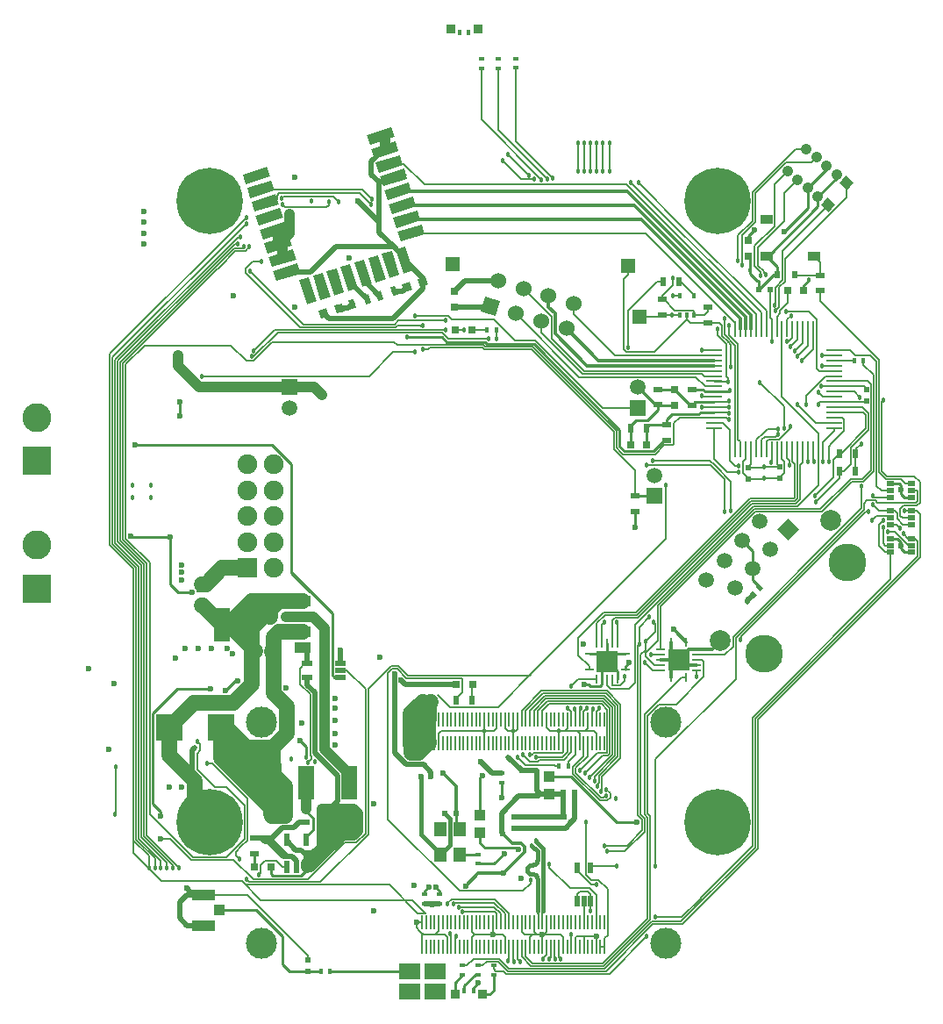
<source format=gbr>
G04 #@! TF.FileFunction,Copper,L1,Top,Signal*
%FSLAX46Y46*%
G04 Gerber Fmt 4.6, Leading zero omitted, Abs format (unit mm)*
G04 Created by KiCad (PCBNEW 4.0.4-stable) date 02/27/17 08:30:15*
%MOMM*%
%LPD*%
G01*
G04 APERTURE LIST*
%ADD10C,0.100000*%
%ADD11R,0.800100X0.500380*%
%ADD12R,2.800000X2.800000*%
%ADD13C,2.800000*%
%ADD14R,0.900000X0.500000*%
%ADD15R,1.498600X0.279400*%
%ADD16R,0.279400X1.498600*%
%ADD17R,0.500000X0.900000*%
%ADD18R,0.500000X1.000000*%
%ADD19R,0.850000X0.280000*%
%ADD20R,0.280000X0.850000*%
%ADD21R,2.050000X2.050000*%
%ADD22R,1.200000X1.400000*%
%ADD23R,0.600000X0.400000*%
%ADD24R,0.600000X0.500000*%
%ADD25R,1.500000X1.500000*%
%ADD26C,1.500000*%
%ADD27R,1.900000X1.900000*%
%ADD28C,1.900000*%
%ADD29R,0.800000X0.750000*%
%ADD30R,0.750000X0.800000*%
%ADD31R,0.800000X0.800000*%
%ADD32R,0.600000X0.550000*%
%ADD33R,1.500000X3.200000*%
%ADD34C,6.400000*%
%ADD35R,1.500000X1.000000*%
%ADD36R,1.500000X3.300000*%
%ADD37R,0.548640X1.198880*%
%ADD38R,0.420000X0.600000*%
%ADD39R,0.600000X0.800000*%
%ADD40R,1.200000X0.900000*%
%ADD41R,0.998220X1.099820*%
%ADD42R,0.200000X1.440000*%
%ADD43R,1.000000X0.500000*%
%ADD44C,1.000000*%
%ADD45R,0.500000X0.600000*%
%ADD46R,0.400000X0.600000*%
%ADD47R,2.200000X1.050000*%
%ADD48R,1.050000X1.000000*%
%ADD49R,0.850000X0.900000*%
%ADD50R,0.450000X0.500000*%
%ADD51C,3.000000*%
%ADD52R,2.550000X2.500000*%
%ADD53C,3.650000*%
%ADD54C,2.000000*%
%ADD55R,1.350000X1.350000*%
%ADD56R,2.040000X1.540000*%
%ADD57C,1.524000*%
%ADD58C,0.457200*%
%ADD59C,0.600000*%
%ADD60C,0.127000*%
%ADD61C,0.400000*%
%ADD62C,0.500000*%
%ADD63C,0.250000*%
%ADD64C,1.500000*%
%ADD65C,0.200000*%
%ADD66C,0.220000*%
%ADD67C,0.350000*%
%ADD68C,0.300000*%
%ADD69C,0.175000*%
%ADD70C,0.450000*%
G04 APERTURE END LIST*
D10*
D11*
X189749240Y-104949760D03*
X191750760Y-105600000D03*
X189749240Y-106250240D03*
X189749240Y-105600000D03*
X191750760Y-106250240D03*
X191750760Y-104949760D03*
D10*
G36*
X142441767Y-78974849D02*
X142141061Y-78021132D01*
X144477667Y-77284403D01*
X144778373Y-78238120D01*
X142441767Y-78974849D01*
X142441767Y-78974849D01*
G37*
G36*
X133364481Y-85003464D02*
X132627752Y-82666858D01*
X133581469Y-82366152D01*
X134318198Y-84702758D01*
X133364481Y-85003464D01*
X133364481Y-85003464D01*
G37*
G36*
X127487554Y-73414309D02*
X127186848Y-72460592D01*
X129523454Y-71723863D01*
X129824160Y-72677580D01*
X127487554Y-73414309D01*
X127487554Y-73414309D01*
G37*
G36*
X127908542Y-74749513D02*
X127607836Y-73795796D01*
X129944442Y-73059067D01*
X130245148Y-74012784D01*
X127908542Y-74749513D01*
X127908542Y-74749513D01*
G37*
G36*
X128329530Y-76084716D02*
X128028824Y-75130999D01*
X130365430Y-74394270D01*
X130666136Y-75347987D01*
X128329530Y-76084716D01*
X128329530Y-76084716D01*
G37*
G36*
X128750518Y-77419920D02*
X128449812Y-76466203D01*
X130786418Y-75729474D01*
X131087124Y-76683191D01*
X128750518Y-77419920D01*
X128750518Y-77419920D01*
G37*
G36*
X129171506Y-78755124D02*
X128870800Y-77801407D01*
X131207406Y-77064678D01*
X131508112Y-78018395D01*
X129171506Y-78755124D01*
X129171506Y-78755124D01*
G37*
G36*
X129592494Y-80090327D02*
X129291788Y-79136610D01*
X131628394Y-78399881D01*
X131929100Y-79353598D01*
X129592494Y-80090327D01*
X129592494Y-80090327D01*
G37*
G36*
X130013482Y-81425531D02*
X129712776Y-80471814D01*
X132049382Y-79735085D01*
X132350088Y-80688802D01*
X130013482Y-81425531D01*
X130013482Y-81425531D01*
G37*
G36*
X130434470Y-82760735D02*
X130133764Y-81807018D01*
X132470370Y-81070289D01*
X132771076Y-82024006D01*
X130434470Y-82760735D01*
X130434470Y-82760735D01*
G37*
G36*
X134699685Y-84582476D02*
X133962956Y-82245870D01*
X134916673Y-81945164D01*
X135653402Y-84281770D01*
X134699685Y-84582476D01*
X134699685Y-84582476D01*
G37*
G36*
X136034889Y-84161488D02*
X135298160Y-81824882D01*
X136251877Y-81524176D01*
X136988606Y-83860782D01*
X136034889Y-84161488D01*
X136034889Y-84161488D01*
G37*
G36*
X137370093Y-83740499D02*
X136633364Y-81403893D01*
X137587081Y-81103187D01*
X138323810Y-83439793D01*
X137370093Y-83740499D01*
X137370093Y-83740499D01*
G37*
G36*
X138705296Y-83319511D02*
X137968567Y-80982905D01*
X138922284Y-80682199D01*
X139659013Y-83018805D01*
X138705296Y-83319511D01*
X138705296Y-83319511D01*
G37*
G36*
X140040500Y-82898523D02*
X139303771Y-80561917D01*
X140257488Y-80261211D01*
X140994217Y-82597817D01*
X140040500Y-82898523D01*
X140040500Y-82898523D01*
G37*
G36*
X141375704Y-82477535D02*
X140638975Y-80140929D01*
X141592692Y-79840223D01*
X142329421Y-82176829D01*
X141375704Y-82477535D01*
X141375704Y-82477535D01*
G37*
G36*
X142710908Y-82056547D02*
X141974179Y-79719941D01*
X142927896Y-79419235D01*
X143664625Y-81755841D01*
X142710908Y-82056547D01*
X142710908Y-82056547D01*
G37*
G36*
X142020779Y-77639645D02*
X141720073Y-76685928D01*
X144056679Y-75949199D01*
X144357385Y-76902916D01*
X142020779Y-77639645D01*
X142020779Y-77639645D01*
G37*
G36*
X141599791Y-76304441D02*
X141299085Y-75350724D01*
X143635691Y-74613995D01*
X143936397Y-75567712D01*
X141599791Y-76304441D01*
X141599791Y-76304441D01*
G37*
G36*
X141178803Y-74969238D02*
X140878097Y-74015521D01*
X143214703Y-73278792D01*
X143515409Y-74232509D01*
X141178803Y-74969238D01*
X141178803Y-74969238D01*
G37*
G36*
X140757814Y-73634034D02*
X140457108Y-72680317D01*
X142793714Y-71943588D01*
X143094420Y-72897305D01*
X140757814Y-73634034D01*
X140757814Y-73634034D01*
G37*
G36*
X140336826Y-72298830D02*
X140036120Y-71345113D01*
X142372726Y-70608384D01*
X142673432Y-71562101D01*
X140336826Y-72298830D01*
X140336826Y-72298830D01*
G37*
G36*
X139915838Y-70963627D02*
X139615132Y-70009910D01*
X141951738Y-69273181D01*
X142252444Y-70226898D01*
X139915838Y-70963627D01*
X139915838Y-70963627D01*
G37*
G36*
X139494850Y-69628423D02*
X139194144Y-68674706D01*
X141530750Y-67937977D01*
X141831456Y-68891694D01*
X139494850Y-69628423D01*
X139494850Y-69628423D01*
G37*
G36*
X137680312Y-85490549D02*
X137409677Y-84632204D01*
X137886536Y-84481851D01*
X138157171Y-85340196D01*
X137680312Y-85490549D01*
X137680312Y-85490549D01*
G37*
G36*
X139110888Y-85039491D02*
X138840253Y-84181146D01*
X139317112Y-84030793D01*
X139587747Y-84889138D01*
X139110888Y-85039491D01*
X139110888Y-85039491D01*
G37*
D12*
X107340400Y-100110400D03*
D13*
X107340400Y-95910400D03*
D14*
X182925000Y-83700000D03*
X182925000Y-82200000D03*
D15*
X172702220Y-89433400D03*
X172702220Y-89933780D03*
X172702220Y-90434160D03*
X172702220Y-90934540D03*
X172702220Y-91434920D03*
X172702220Y-91932760D03*
X172702220Y-92433140D03*
X172702220Y-92933520D03*
X172702220Y-93431360D03*
X172702220Y-93931740D03*
X172702220Y-94432120D03*
X172702220Y-94929960D03*
X172702220Y-95430340D03*
X172702220Y-95930720D03*
X172702220Y-96431100D03*
X172702220Y-96931480D03*
D16*
X174752000Y-98981260D03*
X175252380Y-98981260D03*
X175752760Y-98981260D03*
X176253140Y-98981260D03*
X176753520Y-98981260D03*
X177251360Y-98981260D03*
X177751740Y-98981260D03*
X178252120Y-98981260D03*
X178749960Y-98981260D03*
X179250340Y-98981260D03*
X179750720Y-98981260D03*
X180248560Y-98981260D03*
X180748940Y-98981260D03*
X181249320Y-98981260D03*
X181749700Y-98981260D03*
X182250080Y-98981260D03*
D15*
X184299860Y-96931480D03*
X184299860Y-96431100D03*
X184299860Y-95930720D03*
X184299860Y-95430340D03*
X184299860Y-94929960D03*
X184299860Y-94432120D03*
X184299860Y-93931740D03*
X184299860Y-93431360D03*
X184299860Y-92933520D03*
X184299860Y-92433140D03*
X184299860Y-91932760D03*
X184299860Y-91434920D03*
X184299860Y-90934540D03*
X184299860Y-90434160D03*
X184299860Y-89933780D03*
X184299860Y-89433400D03*
D16*
X182250080Y-87383620D03*
X181749700Y-87383620D03*
X181249320Y-87383620D03*
X180748940Y-87383620D03*
X180248560Y-87383620D03*
X179750720Y-87383620D03*
X179250340Y-87383620D03*
X178749960Y-87383620D03*
X178252120Y-87383620D03*
X177751740Y-87383620D03*
X177251360Y-87383620D03*
X176753520Y-87383620D03*
X176253140Y-87383620D03*
X175752760Y-87383620D03*
X175252380Y-87383620D03*
X174752000Y-87383620D03*
D17*
X167775000Y-82850000D03*
X169275000Y-82850000D03*
D18*
X159475000Y-142600000D03*
X160125000Y-142600000D03*
X160775000Y-142600000D03*
X159475000Y-139400000D03*
X160775000Y-139400000D03*
D19*
X164099200Y-118709600D03*
D20*
X163374200Y-117734600D03*
X162874200Y-117734600D03*
X162374200Y-117734600D03*
X161874200Y-117734600D03*
X161374200Y-117734600D03*
D19*
X160649200Y-118709600D03*
X160649200Y-120209600D03*
X164099200Y-120209600D03*
D20*
X161374200Y-121184600D03*
X161874200Y-121184600D03*
X162374200Y-121184600D03*
X162874200Y-121184600D03*
X163374200Y-121184600D03*
D21*
X162374200Y-119459600D03*
D22*
X146275000Y-135700000D03*
X146275000Y-138100000D03*
X148175000Y-138100000D03*
X148175000Y-135700000D03*
D23*
X149925000Y-138100000D03*
X149925000Y-139000000D03*
D24*
X147800000Y-134150000D03*
X146700000Y-134150000D03*
D23*
X153592600Y-62190900D03*
X153592600Y-61290900D03*
D25*
X166900000Y-103500000D03*
D26*
X166900000Y-101500000D03*
D27*
X127675000Y-110457000D03*
D28*
X127675000Y-107957000D03*
X127675000Y-105457000D03*
X127675000Y-102957000D03*
X127675000Y-100457000D03*
X130175000Y-110457000D03*
X130175000Y-107957000D03*
X130175000Y-105457000D03*
X130175000Y-102957000D03*
X130175000Y-100457000D03*
D29*
X129895600Y-118465600D03*
X128395600Y-118465600D03*
X166142800Y-98552000D03*
X164642800Y-98552000D03*
D30*
X168921000Y-93233400D03*
X168921000Y-94733400D03*
D29*
X131368800Y-115163600D03*
X129868800Y-115163600D03*
D31*
X129926080Y-139308840D03*
X128326080Y-139308840D03*
D32*
X133407960Y-135021320D03*
X134807960Y-135021320D03*
D33*
X137495280Y-131201160D03*
X133295280Y-131201160D03*
D34*
X173001100Y-135003600D03*
X124001100Y-135003600D03*
X124001100Y-75003600D03*
X173001100Y-75003600D03*
D14*
X128320800Y-136531920D03*
X128320800Y-138031920D03*
X168097200Y-98145600D03*
X168097200Y-96645600D03*
D17*
X166166800Y-96926400D03*
X164666800Y-96926400D03*
D14*
X170550000Y-93225000D03*
X170550000Y-94725000D03*
X167295400Y-93221400D03*
X167295400Y-94721400D03*
D17*
X134819520Y-133751320D03*
X133319520Y-133751320D03*
D14*
X172100000Y-85325000D03*
X172100000Y-86825000D03*
X167675000Y-86050000D03*
X167675000Y-84550000D03*
X165049200Y-103491600D03*
X165049200Y-104991600D03*
D35*
X132975000Y-118150000D03*
X132975000Y-116650000D03*
X132975000Y-115150000D03*
X132975000Y-113650000D03*
D36*
X125175000Y-115900000D03*
D37*
X131429760Y-139273280D03*
X132379720Y-139273280D03*
X133329680Y-139273280D03*
X133329680Y-136677400D03*
X131429760Y-136677400D03*
D38*
X169425000Y-86075000D03*
X170725000Y-86075000D03*
X169425000Y-84175000D03*
X170075000Y-86075000D03*
X170725000Y-84175000D03*
D39*
X180492400Y-82135980D03*
X178792400Y-82135980D03*
D11*
X191714360Y-103621040D03*
X189712840Y-102970800D03*
X191714360Y-102320560D03*
X191714360Y-102970800D03*
X189712840Y-102320560D03*
X189712840Y-103621040D03*
D30*
X176006760Y-80343440D03*
X176006760Y-78843440D03*
X147625000Y-83750000D03*
X147625000Y-85250000D03*
D29*
X179825000Y-83667600D03*
X181325000Y-83667600D03*
D10*
G36*
X142815048Y-83812299D02*
X142574483Y-83049326D01*
X143337456Y-82808761D01*
X143578021Y-83571734D01*
X142815048Y-83812299D01*
X142815048Y-83812299D01*
G37*
G36*
X144340996Y-83331169D02*
X144100431Y-82568196D01*
X144863404Y-82327631D01*
X145103969Y-83090604D01*
X144340996Y-83331169D01*
X144340996Y-83331169D01*
G37*
G36*
X136786204Y-84906466D02*
X137026769Y-85669439D01*
X136263796Y-85910004D01*
X136023231Y-85147031D01*
X136786204Y-84906466D01*
X136786204Y-84906466D01*
G37*
G36*
X135260256Y-85387596D02*
X135500821Y-86150569D01*
X134737848Y-86391134D01*
X134497283Y-85628161D01*
X135260256Y-85387596D01*
X135260256Y-85387596D01*
G37*
D40*
X177754280Y-80355440D03*
X182354280Y-80355440D03*
X177754280Y-76855440D03*
D10*
G36*
X141911312Y-83214051D02*
X142181947Y-84072396D01*
X141705088Y-84222749D01*
X141434453Y-83364404D01*
X141911312Y-83214051D01*
X141911312Y-83214051D01*
G37*
G36*
X140480736Y-83665109D02*
X140751371Y-84523454D01*
X140274512Y-84673807D01*
X140003877Y-83815462D01*
X140480736Y-83665109D01*
X140480736Y-83665109D01*
G37*
D17*
X186334400Y-99415600D03*
X184834400Y-99415600D03*
X186322400Y-101142800D03*
X184822400Y-101142800D03*
D41*
X156748400Y-132310360D03*
X156748400Y-130613640D03*
X150075000Y-134328280D03*
X150075000Y-136025000D03*
D10*
G36*
X176987544Y-111982915D02*
X177447171Y-112368587D01*
X177190056Y-112675005D01*
X176730429Y-112289333D01*
X176987544Y-111982915D01*
X176987544Y-111982915D01*
G37*
G36*
X176409036Y-112672355D02*
X176868663Y-113058027D01*
X176611548Y-113364445D01*
X176151921Y-112978773D01*
X176409036Y-112672355D01*
X176409036Y-112672355D01*
G37*
D31*
X147739200Y-87477600D03*
X149339200Y-87477600D03*
D20*
X168515600Y-117604200D03*
D19*
X167540600Y-118329200D03*
X167540600Y-118829200D03*
X167540600Y-119329200D03*
X167540600Y-119829200D03*
X167540600Y-120329200D03*
D20*
X168515600Y-121054200D03*
X170015600Y-121054200D03*
X170015600Y-117604200D03*
D19*
X170990600Y-120329200D03*
X170990600Y-119829200D03*
X170990600Y-119329200D03*
X170990600Y-118829200D03*
X170990600Y-118329200D03*
D21*
X169265600Y-119329200D03*
D11*
X191750760Y-108925240D03*
X189749240Y-108275000D03*
X191750760Y-107624760D03*
X191750760Y-108275000D03*
X189749240Y-107624760D03*
X189749240Y-108925240D03*
D25*
X131700000Y-93000000D03*
D26*
X131700000Y-95000000D03*
D31*
X147775000Y-121675000D03*
X149375000Y-121675000D03*
D17*
X149300000Y-123225000D03*
X147800000Y-123225000D03*
D42*
X162119200Y-147015200D03*
X162119200Y-144675200D03*
X161719200Y-147015200D03*
X161719200Y-144675200D03*
X161319200Y-147015200D03*
X161319200Y-144675200D03*
X160919200Y-147015200D03*
X160919200Y-144675200D03*
X160519200Y-147015200D03*
X160519200Y-144675200D03*
X160119200Y-147015200D03*
X160119200Y-144675200D03*
X159719200Y-147015200D03*
X159719200Y-144675200D03*
X159319200Y-147015200D03*
X159319200Y-144675200D03*
X158919200Y-147015200D03*
X158919200Y-144675200D03*
X158519200Y-147015200D03*
X158519200Y-144675200D03*
X158119200Y-147015200D03*
X158119200Y-144675200D03*
X157719200Y-147015200D03*
X157719200Y-144675200D03*
X157319200Y-147015200D03*
X157319200Y-144675200D03*
X156919200Y-147015200D03*
X156919200Y-144675200D03*
X156519200Y-147015200D03*
X156519200Y-144675200D03*
X156119200Y-147015200D03*
X156119200Y-144675200D03*
X155719200Y-147015200D03*
X155719200Y-144675200D03*
X155319200Y-147015200D03*
X155319200Y-144675200D03*
X154919200Y-147015200D03*
X154919200Y-144675200D03*
X154519200Y-147015200D03*
X154519200Y-144675200D03*
X154119200Y-147015200D03*
X154119200Y-144675200D03*
X153719200Y-147015200D03*
X153719200Y-144675200D03*
X153319200Y-147015200D03*
X153319200Y-144675200D03*
X152919200Y-147015200D03*
X152919200Y-144675200D03*
X152519200Y-147015200D03*
X152519200Y-144675200D03*
X152119200Y-147015200D03*
X152119200Y-144675200D03*
X151719200Y-147015200D03*
X151719200Y-144675200D03*
X151319200Y-147015200D03*
X151319200Y-144675200D03*
X150919200Y-147015200D03*
X150919200Y-144675200D03*
X150519200Y-147015200D03*
X150519200Y-144675200D03*
X150119200Y-147015200D03*
X150119200Y-144675200D03*
X149719200Y-147015200D03*
X149719200Y-144675200D03*
X149319200Y-147015200D03*
X149319200Y-144675200D03*
X148919200Y-147015200D03*
X148919200Y-144675200D03*
X148519200Y-147015200D03*
X148519200Y-144675200D03*
X148119200Y-147015200D03*
X148119200Y-144675200D03*
X147719200Y-147015200D03*
X147719200Y-144675200D03*
X147319200Y-147015200D03*
X147319200Y-144675200D03*
X146919200Y-147015200D03*
X146919200Y-144675200D03*
X146519200Y-147015200D03*
X146519200Y-144675200D03*
X146119200Y-147015200D03*
X146119200Y-144675200D03*
X145719200Y-147015200D03*
X145719200Y-144675200D03*
X145319200Y-147015200D03*
X145319200Y-144675200D03*
X144919200Y-147015200D03*
X144919200Y-144675200D03*
X144519200Y-147015200D03*
X144519200Y-144675200D03*
D43*
X136621520Y-120985040D03*
X136621520Y-120335040D03*
X136621520Y-119685040D03*
X133421520Y-120985040D03*
X133421520Y-119685040D03*
D25*
X165300000Y-95000000D03*
D26*
X165300000Y-93000000D03*
D10*
G36*
X183746977Y-76140337D02*
X182980933Y-75497549D01*
X183623721Y-74731505D01*
X184389765Y-75374293D01*
X183746977Y-76140337D01*
X183746977Y-76140337D01*
G37*
D44*
X182712473Y-74619581D02*
X182712473Y-74619581D01*
X181739596Y-73803240D02*
X181739596Y-73803240D01*
X180766720Y-72986900D02*
X180766720Y-72986900D01*
X179793843Y-72170560D02*
X179793843Y-72170560D01*
D10*
G36*
X185537508Y-73985956D02*
X184771464Y-73343168D01*
X185414252Y-72577124D01*
X186180296Y-73219912D01*
X185537508Y-73985956D01*
X185537508Y-73985956D01*
G37*
D44*
X184503004Y-72465200D02*
X184503004Y-72465200D01*
X183530127Y-71648859D02*
X183530127Y-71648859D01*
X182557251Y-70832519D02*
X182557251Y-70832519D01*
X181584374Y-70016179D02*
X181584374Y-70016179D01*
D45*
X133502400Y-149402800D03*
X133502400Y-148302800D03*
D46*
X134728800Y-149402800D03*
X135628800Y-149402800D03*
D47*
X123400000Y-144950000D03*
X123400000Y-142000000D03*
D48*
X124925000Y-143475000D03*
D49*
X150350000Y-151600000D03*
X147700000Y-151600000D03*
D50*
X149450000Y-151250000D03*
X148600000Y-151250000D03*
D49*
X147275000Y-58450000D03*
X149925000Y-58450000D03*
D50*
X148175000Y-58800000D03*
X149025000Y-58800000D03*
D42*
X144512142Y-125040000D03*
X144512142Y-127380000D03*
X144912142Y-125040000D03*
X144912142Y-127380000D03*
X145312142Y-125040000D03*
X145312142Y-127380000D03*
X145712142Y-125040000D03*
X145712142Y-127380000D03*
X146112142Y-125040000D03*
X146112142Y-127380000D03*
X146512142Y-125040000D03*
X146512142Y-127380000D03*
X146912142Y-125040000D03*
X146912142Y-127380000D03*
X147312142Y-125040000D03*
X147312142Y-127380000D03*
X147712142Y-125040000D03*
X147712142Y-127380000D03*
X148112142Y-125040000D03*
X148112142Y-127380000D03*
X148512142Y-125040000D03*
X148512142Y-127380000D03*
X148912142Y-125040000D03*
X148912142Y-127380000D03*
X149312142Y-125040000D03*
X149312142Y-127380000D03*
X149712142Y-125040000D03*
X149712142Y-127380000D03*
X150112142Y-125040000D03*
X150112142Y-127380000D03*
X150512142Y-125040000D03*
X150512142Y-127380000D03*
X150912142Y-125040000D03*
X150912142Y-127380000D03*
X151312142Y-125040000D03*
X151312142Y-127380000D03*
X151712142Y-125040000D03*
X151712142Y-127380000D03*
X152112142Y-125040000D03*
X152112142Y-127380000D03*
X152512142Y-125040000D03*
X152512142Y-127380000D03*
X152912142Y-125040000D03*
X152912142Y-127380000D03*
X153312142Y-125040000D03*
X153312142Y-127380000D03*
X153712142Y-125040000D03*
X153712142Y-127380000D03*
X154112142Y-125040000D03*
X154112142Y-127380000D03*
X154512142Y-125040000D03*
X154512142Y-127380000D03*
X154912142Y-125040000D03*
X154912142Y-127380000D03*
X155312142Y-125040000D03*
X155312142Y-127380000D03*
X155712142Y-125040000D03*
X155712142Y-127380000D03*
X156112142Y-125040000D03*
X156112142Y-127380000D03*
X156512142Y-125040000D03*
X156512142Y-127380000D03*
X156912142Y-125040000D03*
X156912142Y-127380000D03*
X157312142Y-125040000D03*
X157312142Y-127380000D03*
X157712142Y-125040000D03*
X157712142Y-127380000D03*
X158112142Y-125040000D03*
X158112142Y-127380000D03*
X158512142Y-125040000D03*
X158512142Y-127380000D03*
X158912142Y-125040000D03*
X158912142Y-127380000D03*
X159312142Y-125040000D03*
X159312142Y-127380000D03*
X159712142Y-125040000D03*
X159712142Y-127380000D03*
X160112142Y-125040000D03*
X160112142Y-127380000D03*
X160512142Y-125040000D03*
X160512142Y-127380000D03*
X160912142Y-125040000D03*
X160912142Y-127380000D03*
X161312142Y-125040000D03*
X161312142Y-127380000D03*
X161712142Y-125040000D03*
X161712142Y-127380000D03*
X162112142Y-125040000D03*
X162112142Y-127380000D03*
D51*
X168021000Y-125343000D03*
X168021000Y-146703000D03*
X129001000Y-146703000D03*
X129001000Y-125343000D03*
D52*
X125125000Y-125875000D03*
X120075000Y-125875000D03*
D23*
X151425000Y-148825000D03*
X151425000Y-149725000D03*
X148425000Y-148825000D03*
X148425000Y-149725000D03*
X149925000Y-148825000D03*
X149925000Y-149725000D03*
X150217600Y-62215900D03*
X150217600Y-61315900D03*
X151892600Y-62215900D03*
X151892600Y-61315900D03*
D46*
X151674400Y-87477600D03*
X150774400Y-87477600D03*
D45*
X179019200Y-100694400D03*
X179019200Y-101794400D03*
X187416440Y-93207660D03*
X187416440Y-94307660D03*
D24*
X176999720Y-83619340D03*
X178099720Y-83619340D03*
D45*
X175982540Y-100745200D03*
X175982540Y-101845200D03*
D23*
X146151964Y-142852200D03*
X146151964Y-141952200D03*
X144781564Y-141950000D03*
X144781564Y-142850000D03*
X152175000Y-131150000D03*
X152175000Y-130250000D03*
D12*
X107340400Y-112454800D03*
D13*
X107340400Y-108254800D03*
D41*
X123225000Y-113946720D03*
X123225000Y-112250000D03*
D46*
X187125000Y-90424000D03*
X186225000Y-90424000D03*
X158634000Y-129540000D03*
X157734000Y-129540000D03*
D24*
X158123400Y-133237000D03*
X159223400Y-133237000D03*
D45*
X157023400Y-134437000D03*
X157023400Y-135537000D03*
D24*
X158123400Y-132087000D03*
X159223400Y-132087000D03*
D45*
X158198400Y-134437000D03*
X158198400Y-135537000D03*
X154598400Y-134437000D03*
X154598400Y-135537000D03*
X153423400Y-134437000D03*
X153423400Y-135537000D03*
X155848400Y-134437000D03*
X155848400Y-135537000D03*
D53*
X177504083Y-118687568D03*
X185523338Y-109936086D03*
D10*
G36*
X179788733Y-105684980D02*
X180894649Y-106698366D01*
X179881263Y-107804282D01*
X178775347Y-106790896D01*
X179788733Y-105684980D01*
X179788733Y-105684980D01*
G37*
D26*
X177104314Y-105964974D03*
X178118999Y-108617315D03*
X175388315Y-107837659D03*
X176403000Y-110490000D03*
X173672316Y-109710343D03*
X174687001Y-112362684D03*
X171956317Y-111583027D03*
D54*
X173322051Y-117493526D03*
X183962597Y-105881408D03*
D55*
X164425000Y-81325000D03*
X165525000Y-86175000D03*
X147500000Y-81125000D03*
D56*
X143305200Y-149402800D03*
X143305200Y-151332800D03*
X145745200Y-151332800D03*
X145745200Y-149402800D03*
D10*
G36*
X151637000Y-86125443D02*
X150175759Y-85692604D01*
X150608598Y-84231363D01*
X152069839Y-84664202D01*
X151637000Y-86125443D01*
X151637000Y-86125443D01*
G37*
D57*
X151844198Y-82743001D03*
X153558201Y-85899802D03*
X154279600Y-83464400D03*
X155993603Y-86621201D03*
X156715002Y-84185799D03*
X158429005Y-87342600D03*
X159150404Y-84907198D03*
D58*
X188041054Y-104357864D03*
D59*
X138277600Y-75006200D03*
D58*
X134154998Y-129178913D03*
D59*
X158900000Y-135000000D03*
D58*
X131905000Y-128924244D03*
D59*
X160175000Y-121725000D03*
X165050000Y-106525000D03*
X132925000Y-125425000D03*
X136625000Y-118397999D03*
D58*
X129329701Y-136825000D03*
D59*
X120975000Y-90985390D03*
X120975000Y-89975000D03*
D58*
X134803600Y-93750000D03*
D59*
X112350000Y-120125000D03*
X114299992Y-127932000D03*
D58*
X118324000Y-102487000D03*
X118324000Y-103687000D03*
X116524000Y-103687000D03*
X116524000Y-102487000D03*
X181850000Y-82700000D03*
D59*
X179500000Y-77975000D03*
X176575000Y-77875000D03*
D58*
X168669398Y-82475000D03*
X182725000Y-94656094D03*
D59*
X143950000Y-144650000D03*
X190750000Y-108275000D03*
D58*
X157700000Y-126200000D03*
X153300000Y-126200000D03*
X150525000Y-126200000D03*
X160775000Y-143525000D03*
X177475000Y-101825000D03*
X178250000Y-88550000D03*
D59*
X190725000Y-102925000D03*
X139850000Y-133221639D03*
D58*
X171500800Y-93827600D03*
D59*
X154076400Y-140411200D03*
X151333200Y-145846800D03*
X156057600Y-145846800D03*
X161329604Y-145964068D03*
X150150000Y-129150000D03*
X144425074Y-130548735D03*
X121775000Y-141375000D03*
D58*
X122575000Y-127825000D03*
D59*
X131400000Y-122000000D03*
D58*
X174091600Y-95529403D03*
X174091600Y-94360997D03*
D59*
X120142000Y-131572000D03*
X121285000Y-131572000D03*
D58*
X183100000Y-90925000D03*
X174332900Y-91064603D03*
X168650000Y-86050000D03*
X178555320Y-85075000D03*
X177725000Y-82175000D03*
X177137061Y-82200000D03*
X133500000Y-129245558D03*
D59*
X126700000Y-121350191D03*
X125513615Y-122294261D03*
D58*
X174091600Y-96113606D03*
X122832871Y-127197508D03*
X168050000Y-102450000D03*
X128723102Y-140101898D03*
X127541151Y-140483849D03*
X171502514Y-94949740D03*
X174091600Y-94945200D03*
X180150000Y-86150000D03*
X179596058Y-85728942D03*
D59*
X119225000Y-134352002D03*
X124100000Y-122100000D03*
D58*
X114828001Y-134235001D03*
X114935000Y-129667000D03*
D59*
X126205000Y-118735838D03*
X114750000Y-121575000D03*
X120744000Y-119116838D03*
X125682311Y-118213149D03*
X124200000Y-118213149D03*
X122875000Y-118213149D03*
X121647689Y-118213149D03*
X116789000Y-98550000D03*
X119285000Y-136575000D03*
D58*
X179436455Y-96995847D03*
X177100000Y-92525000D03*
X188041044Y-103519663D03*
X178602622Y-85657284D03*
X173045109Y-87406429D03*
X174085084Y-92487786D03*
X165392100Y-73296282D03*
X139708391Y-74834555D03*
X164667552Y-73232181D03*
X139623800Y-75412600D03*
D59*
X154133611Y-130003611D03*
X155675000Y-132475000D03*
D58*
X175948401Y-113718401D03*
X152806400Y-128676400D03*
D59*
X152200000Y-134625000D03*
X152275699Y-136081072D03*
X152403027Y-139878461D03*
X148700000Y-141125000D03*
X153825000Y-137617000D03*
X150302000Y-130475000D03*
D58*
X152260300Y-71145400D03*
X155324784Y-72960545D03*
X166144100Y-100495100D03*
X182400000Y-103500000D03*
X165455600Y-117754400D03*
X162080600Y-137309117D03*
X166448390Y-115163600D03*
X173700000Y-104975000D03*
X154851100Y-72541435D03*
X152819100Y-70561200D03*
X166751000Y-100076000D03*
X174328670Y-104939027D03*
X182514571Y-104072858D03*
X162380900Y-137810227D03*
X166867490Y-115685550D03*
X166053586Y-117562814D03*
D59*
X152425000Y-138050000D03*
X145877003Y-141250000D03*
X145150000Y-141250000D03*
X152175000Y-132575000D03*
D58*
X133324020Y-128688492D03*
D59*
X132715000Y-127124242D03*
D58*
X159798974Y-123998725D03*
X160425000Y-123964398D03*
X189038071Y-94300000D03*
X186750000Y-93976520D03*
X146812000Y-86575900D03*
X183100000Y-89925000D03*
X127900000Y-81775000D03*
X133800000Y-75006451D03*
D59*
X168808400Y-116382800D03*
X160070800Y-117805200D03*
D58*
X163200000Y-132700000D03*
D59*
X145325000Y-130547998D03*
X143697990Y-141045979D03*
X142450000Y-121225000D03*
X141850000Y-120650000D03*
X140425000Y-119050000D03*
X136140001Y-127508000D03*
X136140001Y-126390001D03*
X136100000Y-125125000D03*
X136100000Y-123952000D03*
X136100000Y-123063000D03*
X143475000Y-128300000D03*
X143425000Y-127500000D03*
X145375000Y-123375000D03*
X144550000Y-123375000D03*
X117675000Y-79200000D03*
X117650000Y-76050000D03*
X117650000Y-77100000D03*
X117675000Y-78150000D03*
D58*
X182775000Y-93525000D03*
X144564100Y-89373000D03*
X144576800Y-87041649D03*
X129019300Y-80899000D03*
X164395415Y-89154585D03*
D59*
X120200000Y-107448000D03*
X121151429Y-95752000D03*
X121127000Y-94450000D03*
X122298889Y-112800000D03*
X116400013Y-107400000D03*
D58*
X187611839Y-105000000D03*
X175209265Y-117348603D03*
X178852696Y-97018572D03*
X170992800Y-120904000D03*
X186929675Y-102530349D03*
X178829972Y-97602331D03*
X143052800Y-88133859D03*
D59*
X139875000Y-143575000D03*
X130194999Y-130424245D03*
X130624990Y-131572000D03*
X129921000Y-131574804D03*
X130624990Y-133029168D03*
X129921000Y-133604000D03*
X131257040Y-133661218D03*
X131257040Y-134366000D03*
X130008060Y-134405940D03*
X132199562Y-85305000D03*
X137454033Y-80572262D03*
X121325000Y-111575000D03*
X121325000Y-110875000D03*
X121325000Y-110175000D03*
X132180067Y-72736812D03*
D58*
X131724400Y-76314300D03*
X176168194Y-81764892D03*
X126875000Y-138575000D03*
X123750000Y-129296370D03*
X148525000Y-87475000D03*
X168700000Y-84175000D03*
D59*
X145475000Y-142904000D03*
D58*
X186916757Y-98458243D03*
D59*
X126300000Y-84175000D03*
D58*
X174175000Y-93350000D03*
X177475000Y-100725000D03*
X183025000Y-92925000D03*
X161341822Y-140971022D03*
D59*
X146507200Y-130200400D03*
X164451180Y-119610696D03*
X165250000Y-135000000D03*
X149925000Y-150475000D03*
X138348720Y-135803640D03*
X138343640Y-134965440D03*
X138333480Y-134147560D03*
X137598001Y-136255760D03*
X137598001Y-135453120D03*
X137598001Y-134599680D03*
X137601960Y-133715760D03*
D58*
X156798319Y-139050000D03*
X154975000Y-140575000D03*
X163300000Y-139175000D03*
X167050000Y-139175000D03*
X174991666Y-80833833D03*
X173718219Y-86395668D03*
X175419912Y-81231195D03*
X174137319Y-87100000D03*
X158891508Y-121818400D03*
X154894810Y-128455602D03*
X166573200Y-118821200D03*
X155490920Y-128709601D03*
X162102800Y-115685549D03*
X154256584Y-128452814D03*
X153691824Y-128705376D03*
X163293300Y-115685549D03*
X164033200Y-120904000D03*
X161009570Y-124027738D03*
X166027100Y-119585836D03*
X161625000Y-123964398D03*
X157909203Y-148175000D03*
X178225000Y-100238800D03*
X157325000Y-148175000D03*
X179951801Y-100550000D03*
X156740797Y-148175000D03*
X181141485Y-90453963D03*
X160155513Y-69435223D03*
X160150000Y-72199283D03*
X156156594Y-148175000D03*
X180771614Y-90001761D03*
X160750000Y-69437012D03*
X160750000Y-72199283D03*
X158554468Y-123964398D03*
X161375000Y-72199283D03*
X161375000Y-69437012D03*
X180485344Y-89492506D03*
X159215237Y-124028101D03*
X161975000Y-69437012D03*
X161975000Y-72199283D03*
X180093479Y-89059223D03*
X161444196Y-131527818D03*
X179755800Y-88582500D03*
X162575000Y-69437012D03*
X162575000Y-72199283D03*
X161750052Y-132025558D03*
X160274127Y-130244770D03*
X159550000Y-72199283D03*
X159550000Y-69437012D03*
X171513500Y-89420700D03*
X160325000Y-135000000D03*
X159761001Y-129965497D03*
X183147404Y-100175000D03*
X161140325Y-131028865D03*
X181725000Y-100200000D03*
X160704549Y-130639775D03*
X182309203Y-100200000D03*
X183750000Y-100175000D03*
X128207499Y-89492501D03*
X146796895Y-87460749D03*
X181550000Y-94656093D03*
X143802100Y-86156800D03*
X143800000Y-89600000D03*
X123205900Y-91950000D03*
X150952200Y-88322880D03*
X128032445Y-90049858D03*
X180705449Y-94656094D03*
X153390828Y-148455900D03*
X153975000Y-148450000D03*
X126722283Y-79164566D03*
X119886595Y-139373611D03*
X148030692Y-143168537D03*
X152784912Y-148390088D03*
X126961900Y-78524100D03*
X119303590Y-139410989D03*
X148425000Y-143599598D03*
X127857149Y-79482849D03*
X146965797Y-142832600D03*
X121075000Y-139373611D03*
X127273998Y-79418576D03*
X120470798Y-139373611D03*
X147550000Y-142832600D03*
X162301637Y-131833085D03*
X162250001Y-132425000D03*
X155500284Y-136799716D03*
X155049716Y-137250284D03*
X190664199Y-106617007D03*
X151675000Y-88322880D03*
X158925000Y-145850000D03*
X155989728Y-72975001D03*
X167014394Y-144155900D03*
X166188654Y-146013655D03*
X188993588Y-105840556D03*
X157149800Y-72821800D03*
X190960364Y-107146938D03*
X156568776Y-72897575D03*
X191093234Y-104937891D03*
X175045692Y-100586550D03*
X188994448Y-106525141D03*
X175049939Y-101175000D03*
X189425000Y-106950000D03*
X187901376Y-105850000D03*
X180075000Y-96764344D03*
X130962400Y-74790300D03*
X136460634Y-75100435D03*
X127555035Y-76605883D03*
X118135371Y-139400771D03*
X147775000Y-145975000D03*
X131038600Y-75399900D03*
X135483600Y-75097998D03*
X127528059Y-77225556D03*
X118719560Y-139396840D03*
X147225000Y-145750802D03*
D60*
X123400000Y-142000000D02*
X127626600Y-142000000D01*
X127626600Y-142000000D02*
X133502400Y-147875800D01*
X133502400Y-147875800D02*
X133502400Y-148302800D01*
X189749240Y-104949760D02*
X190124760Y-104949760D01*
X190350000Y-105175000D02*
X190350000Y-105710110D01*
X190124760Y-104949760D02*
X190350000Y-105175000D01*
X190350000Y-105710110D02*
X190890130Y-106250240D01*
X190890130Y-106250240D02*
X191750760Y-106250240D01*
X189749240Y-104949760D02*
X188632950Y-104949760D01*
X188632950Y-104949760D02*
X188041054Y-104357864D01*
D61*
X146275000Y-138100000D02*
X146275000Y-138000000D01*
X146275000Y-138000000D02*
X144425074Y-136150074D01*
X144425074Y-136150074D02*
X144425074Y-130972999D01*
X144425074Y-130972999D02*
X144425074Y-130548735D01*
D62*
X147625000Y-85250000D02*
X151051202Y-85250000D01*
X151051202Y-85250000D02*
X151122799Y-85178403D01*
X140360400Y-78074756D02*
X140360400Y-77089000D01*
X140360400Y-77089000D02*
X138277600Y-75006200D01*
X141748857Y-79463213D02*
X140360400Y-78074756D01*
X140360400Y-78074756D02*
X140360400Y-73202800D01*
X131452420Y-81915512D02*
X133760140Y-81915512D01*
X133760140Y-81915512D02*
X136212439Y-79463213D01*
X136212439Y-79463213D02*
X141748857Y-79463213D01*
X141748857Y-79463213D02*
X142819402Y-80533758D01*
X142819402Y-80533758D02*
X142819402Y-80737891D01*
X144602200Y-82829400D02*
X144602200Y-83464400D01*
X144602200Y-83464400D02*
X141681200Y-86385400D01*
X141681200Y-86385400D02*
X135495087Y-86385400D01*
X135495087Y-86385400D02*
X134999052Y-85889365D01*
X144602200Y-82829400D02*
X144602200Y-82520689D01*
X144602200Y-82520689D02*
X142819402Y-80737891D01*
X141775764Y-72788811D02*
X141571632Y-72788811D01*
X141571632Y-72788811D02*
X141157643Y-73202800D01*
X141157643Y-73202800D02*
X140360400Y-73202800D01*
X139623800Y-72466200D02*
X140360400Y-73202800D01*
X139623800Y-71224258D02*
X139623800Y-72466200D01*
X140933788Y-70118404D02*
X140729654Y-70118404D01*
X140729654Y-70118404D02*
X139623800Y-71224258D01*
D44*
X140933788Y-70118404D02*
X140933788Y-69204188D01*
X140933788Y-69204188D02*
X140512800Y-68783200D01*
D60*
X132375528Y-81831128D02*
X132344400Y-81800000D01*
X142975000Y-72593578D02*
X142606422Y-72225000D01*
X142656862Y-72868972D02*
X142656862Y-72868138D01*
D62*
X159223400Y-133237000D02*
X159223400Y-132087000D01*
X159223400Y-133237000D02*
X159223400Y-134676600D01*
X159223400Y-134676600D02*
X158900000Y-135000000D01*
X158198400Y-135537000D02*
X158363000Y-135537000D01*
X158363000Y-135537000D02*
X158900000Y-135000000D01*
X157023400Y-135537000D02*
X158198400Y-135537000D01*
X155848400Y-135537000D02*
X157023400Y-135537000D01*
X154598400Y-135537000D02*
X155848400Y-135537000D01*
X153423400Y-135537000D02*
X154598400Y-135537000D01*
D61*
X147202001Y-137172999D02*
X146275000Y-138100000D01*
X147202001Y-137172999D02*
X147202001Y-134652001D01*
X147202001Y-134652001D02*
X146700000Y-134150000D01*
D63*
X161874200Y-121184600D02*
X161874200Y-121703202D01*
X161874200Y-121703202D02*
X161715801Y-121861601D01*
X161715801Y-121861601D02*
X160735865Y-121861601D01*
X160735865Y-121861601D02*
X160599264Y-121725000D01*
X160599264Y-121725000D02*
X160175000Y-121725000D01*
X165049200Y-104991600D02*
X165049200Y-106524200D01*
X165049200Y-106524200D02*
X165050000Y-106525000D01*
D62*
X136621520Y-119685040D02*
X136621520Y-118401479D01*
X136621520Y-118401479D02*
X136625000Y-118397999D01*
X129329701Y-136825000D02*
X129652990Y-136825000D01*
X129652990Y-136825000D02*
X131124829Y-138296839D01*
X131124829Y-138296839D02*
X132005681Y-138296839D01*
X128320800Y-136531920D02*
X129036621Y-136531920D01*
X129036621Y-136531920D02*
X129329701Y-136825000D01*
X129731918Y-136531920D02*
X128320800Y-136531920D01*
D44*
X120975000Y-89975000D02*
X120975000Y-90985390D01*
X131700000Y-93000000D02*
X122989610Y-93000000D01*
X122989610Y-93000000D02*
X120975000Y-90985390D01*
X131700000Y-93000000D02*
X134053600Y-93000000D01*
X134053600Y-93000000D02*
X134803600Y-93750000D01*
D64*
X125175000Y-115900000D02*
X125175000Y-115896720D01*
X125175000Y-115896720D02*
X123332201Y-114053921D01*
X123332201Y-114053921D02*
X123225000Y-114053921D01*
D63*
X181325000Y-83667600D02*
X181325000Y-83225000D01*
X181325000Y-83225000D02*
X181850000Y-82700000D01*
X181739596Y-73803240D02*
X181739596Y-75735404D01*
X181739596Y-75735404D02*
X179500000Y-77975000D01*
X176006760Y-78843440D02*
X176006760Y-78443240D01*
X176006760Y-78443240D02*
X176575000Y-77875000D01*
D60*
X168669398Y-82475000D02*
X168669398Y-82700000D01*
X167675000Y-84550000D02*
X167675000Y-84173000D01*
X167675000Y-84173000D02*
X168669398Y-83178602D01*
X168669398Y-83178602D02*
X168669398Y-82700000D01*
X167875000Y-84550000D02*
X167675000Y-84550000D01*
D65*
X178252120Y-87383620D02*
X178252120Y-86434320D01*
X178252120Y-86434320D02*
X178099720Y-86281920D01*
X178099720Y-86281920D02*
X178099720Y-83619340D01*
X182725000Y-94656094D02*
X182948974Y-94432120D01*
X182948974Y-94432120D02*
X184299860Y-94432120D01*
X144519200Y-144675200D02*
X143975200Y-144675200D01*
X143975200Y-144675200D02*
X143950000Y-144650000D01*
X144275000Y-145450000D02*
X143950000Y-145125000D01*
X143950000Y-145125000D02*
X143950000Y-144650000D01*
X144519200Y-145694200D02*
X144275000Y-145450000D01*
X145135600Y-145846800D02*
X144671800Y-145846800D01*
X144671800Y-145846800D02*
X144275000Y-145450000D01*
X144519200Y-147015200D02*
X144519200Y-145694200D01*
D66*
X190399290Y-107624760D02*
X189749240Y-107624760D01*
X190399290Y-107624760D02*
X190750000Y-107975470D01*
X190750000Y-108275000D02*
X190750000Y-107975470D01*
D63*
X191750760Y-108925240D02*
X191100710Y-108925240D01*
X191100710Y-108925240D02*
X190750000Y-108574530D01*
X190750000Y-108574530D02*
X190750000Y-108275000D01*
D65*
X160272142Y-126200000D02*
X159900000Y-126200000D01*
X159900000Y-126200000D02*
X159100000Y-126200000D01*
X161052142Y-126200000D02*
X159900000Y-126200000D01*
X161312142Y-127380000D02*
X161312142Y-126460000D01*
X161312142Y-126460000D02*
X161052142Y-126200000D01*
X159452142Y-126200000D02*
X159100000Y-126200000D01*
X159100000Y-126200000D02*
X158023289Y-126200000D01*
X160512142Y-125040000D02*
X160512142Y-125960000D01*
X160512142Y-125960000D02*
X160272142Y-126200000D01*
X159712142Y-127380000D02*
X159712142Y-126460000D01*
X159712142Y-126460000D02*
X159452142Y-126200000D01*
X158023289Y-126200000D02*
X157700000Y-126200000D01*
X158512142Y-125040000D02*
X158512142Y-125960000D01*
X158512142Y-125960000D02*
X158272142Y-126200000D01*
X158272142Y-126200000D02*
X158023289Y-126200000D01*
X156512142Y-125040000D02*
X156512142Y-125868602D01*
X156512142Y-125868602D02*
X156843540Y-126200000D01*
X156843540Y-126200000D02*
X157376711Y-126200000D01*
X157376711Y-126200000D02*
X157700000Y-126200000D01*
X157712142Y-127380000D02*
X157712142Y-126212142D01*
X157712142Y-126212142D02*
X157700000Y-126200000D01*
X152512142Y-125040000D02*
X152512142Y-125960000D01*
X152752142Y-126200000D02*
X152976711Y-126200000D01*
X152512142Y-125960000D02*
X152752142Y-126200000D01*
X152976711Y-126200000D02*
X153300000Y-126200000D01*
X153312142Y-127380000D02*
X153312142Y-126212142D01*
X153312142Y-126212142D02*
X153300000Y-126200000D01*
X153312142Y-125040000D02*
X153312142Y-126187858D01*
X153312142Y-126187858D02*
X153300000Y-126200000D01*
X153300000Y-126200000D02*
X153523289Y-126200000D01*
X153523289Y-126200000D02*
X153712142Y-126011147D01*
X153712142Y-126011147D02*
X153712142Y-125040000D01*
X153200000Y-126200000D02*
X153312142Y-126312142D01*
X153312142Y-126312142D02*
X153312142Y-127380000D01*
X153200000Y-126200000D02*
X153523289Y-126200000D01*
X153312142Y-125040000D02*
X153312142Y-126087858D01*
X153312142Y-126087858D02*
X153200000Y-126200000D01*
X153200000Y-126200000D02*
X152752142Y-126200000D01*
X151712142Y-125040000D02*
X151712142Y-125960000D01*
X151712142Y-125960000D02*
X151472142Y-126200000D01*
X151472142Y-126200000D02*
X150848289Y-126200000D01*
X150848289Y-126200000D02*
X150525000Y-126200000D01*
X150512142Y-127380000D02*
X150512142Y-126212858D01*
X150512142Y-126212858D02*
X150525000Y-126200000D01*
X150512142Y-125040000D02*
X150512142Y-126187142D01*
X150512142Y-126187142D02*
X150525000Y-126200000D01*
X146112142Y-127380000D02*
X146112142Y-126460000D01*
X150201711Y-126200000D02*
X150525000Y-126200000D01*
X146112142Y-126460000D02*
X146372142Y-126200000D01*
X146372142Y-126200000D02*
X150201711Y-126200000D01*
D60*
X160775000Y-142600000D02*
X160775000Y-143525000D01*
D65*
X179019200Y-101794400D02*
X177505600Y-101794400D01*
X177505600Y-101794400D02*
X177475000Y-101825000D01*
X175982540Y-101845200D02*
X177454800Y-101845200D01*
X177454800Y-101845200D02*
X177475000Y-101825000D01*
X184299860Y-94432120D02*
X186292880Y-94432120D01*
D60*
X178252120Y-87383620D02*
X178252120Y-88547880D01*
X178252120Y-88547880D02*
X178250000Y-88550000D01*
D63*
X190725000Y-102925000D02*
X190725000Y-102500736D01*
X190725000Y-102500736D02*
X190544824Y-102320560D01*
X190544824Y-102320560D02*
X190362890Y-102320560D01*
X189712840Y-102320560D02*
X190362890Y-102320560D01*
X191714360Y-103621040D02*
X191064310Y-103621040D01*
X191064310Y-103621040D02*
X190725000Y-103281730D01*
X190725000Y-103281730D02*
X190725000Y-102925000D01*
D60*
X167875000Y-84550000D02*
X168909499Y-85584499D01*
X168909499Y-85584499D02*
X170661499Y-85584499D01*
X170661499Y-85584499D02*
X170725000Y-85648000D01*
X170725000Y-85648000D02*
X170725000Y-86075000D01*
X170725000Y-86075000D02*
X171727000Y-86075000D01*
X171727000Y-86075000D02*
X172100000Y-85702000D01*
X172100000Y-85702000D02*
X172100000Y-85325000D01*
D67*
X167295400Y-94721400D02*
X167021400Y-94721400D01*
X167021400Y-94721400D02*
X165300000Y-93000000D01*
D63*
X164666800Y-96926400D02*
X164666800Y-98528000D01*
X164666800Y-98528000D02*
X164642800Y-98552000D01*
X167295400Y-94721400D02*
X167295400Y-95221400D01*
X167295400Y-95221400D02*
X166292401Y-96224399D01*
X166292401Y-96224399D02*
X165168801Y-96224399D01*
X165168801Y-96224399D02*
X164666800Y-96726400D01*
X164666800Y-96726400D02*
X164666800Y-96926400D01*
X168921000Y-94733400D02*
X167307400Y-94733400D01*
X167307400Y-94733400D02*
X167295400Y-94721400D01*
X181739596Y-73803240D02*
X183530127Y-72012709D01*
X183530127Y-72012709D02*
X183530127Y-71648859D01*
D60*
X172702220Y-93931740D02*
X171604940Y-93931740D01*
X171604940Y-93931740D02*
X171500800Y-93827600D01*
D65*
X184299860Y-94432120D02*
X187291980Y-94432120D01*
X187291980Y-94432120D02*
X187416440Y-94307660D01*
X179019200Y-101794400D02*
X179019200Y-101744400D01*
X179019200Y-101744400D02*
X179496201Y-101267399D01*
X179496201Y-101267399D02*
X179496201Y-100176421D01*
X179496201Y-100176421D02*
X179250340Y-99930560D01*
X179250340Y-99930560D02*
X179250340Y-98981260D01*
X175982540Y-101845200D02*
X175982540Y-101795200D01*
X175982540Y-101795200D02*
X175505539Y-101318199D01*
X175505539Y-101318199D02*
X175505539Y-100177781D01*
X175505539Y-100177781D02*
X175752760Y-99930560D01*
X175752760Y-99930560D02*
X175752760Y-98981260D01*
D68*
X170990600Y-118329200D02*
X172486377Y-118329200D01*
X172486377Y-118329200D02*
X173322051Y-117493526D01*
X170990600Y-119829200D02*
X169765600Y-119829200D01*
X169765600Y-119829200D02*
X169265600Y-119329200D01*
X168515600Y-121054200D02*
X168515600Y-120079200D01*
X168515600Y-120079200D02*
X169265600Y-119329200D01*
X167540600Y-119329200D02*
X169265600Y-119329200D01*
X168515600Y-117604200D02*
X168515600Y-118579200D01*
X168515600Y-118579200D02*
X169265600Y-119329200D01*
X170990600Y-118329200D02*
X170265600Y-118329200D01*
X170265600Y-118329200D02*
X169265600Y-119329200D01*
D65*
X146670800Y-145846800D02*
X145135600Y-145846800D01*
X146119200Y-144675200D02*
X146119200Y-145503802D01*
X146119200Y-145503802D02*
X145776202Y-145846800D01*
X145776202Y-145846800D02*
X145135600Y-145846800D01*
X146919200Y-147015200D02*
X146919200Y-146095200D01*
X146919200Y-146095200D02*
X146670800Y-145846800D01*
X151333200Y-145846800D02*
X150063200Y-145846800D01*
X149319200Y-147015200D02*
X149319200Y-146095200D01*
X150063200Y-145846800D02*
X149570800Y-145846800D01*
X149319200Y-146095200D02*
X149567600Y-145846800D01*
X149567600Y-145846800D02*
X150063200Y-145846800D01*
X149570800Y-145846800D02*
X149319200Y-145595200D01*
X149319200Y-145595200D02*
X149319200Y-144675200D01*
X151319200Y-144675200D02*
X151319200Y-145832800D01*
X151319200Y-145832800D02*
X151333200Y-145846800D01*
X152519200Y-147015200D02*
X152519200Y-146095200D01*
X152519200Y-146095200D02*
X152270800Y-145846800D01*
X152270800Y-145846800D02*
X151333200Y-145846800D01*
X155167600Y-145846800D02*
X155346400Y-145846800D01*
X155346400Y-145846800D02*
X155633336Y-145846800D01*
X154119200Y-144675200D02*
X154119200Y-145595200D01*
X154119200Y-145595200D02*
X154370800Y-145846800D01*
X154370800Y-145846800D02*
X155346400Y-145846800D01*
X154919200Y-147015200D02*
X154919200Y-146095200D01*
X154919200Y-146095200D02*
X155167600Y-145846800D01*
X155633336Y-145846800D02*
X156057600Y-145846800D01*
X156057600Y-145846800D02*
X155570800Y-145846800D01*
X155570800Y-145846800D02*
X155319200Y-145595200D01*
X155319200Y-145595200D02*
X155319200Y-144675200D01*
X156057600Y-145846800D02*
X156267600Y-145846800D01*
X156267600Y-145846800D02*
X156519200Y-145595200D01*
X156519200Y-145595200D02*
X156519200Y-144675200D01*
X157870800Y-145846800D02*
X157175200Y-145846800D01*
X157175200Y-145846800D02*
X156057600Y-145846800D01*
X156770800Y-145846800D02*
X157175200Y-145846800D01*
X156119200Y-147015200D02*
X156119200Y-145908400D01*
X156119200Y-145908400D02*
X156057600Y-145846800D01*
X156481864Y-145846800D02*
X156057600Y-145846800D01*
X158119200Y-147015200D02*
X158119200Y-146095200D01*
X158119200Y-146095200D02*
X157870800Y-145846800D01*
X159319200Y-147015200D02*
X159319200Y-146095200D01*
X159319200Y-146095200D02*
X159450332Y-145964068D01*
X159450332Y-145964068D02*
X160905340Y-145964068D01*
X160905340Y-145964068D02*
X161329604Y-145964068D01*
X161319200Y-147015200D02*
X161319200Y-145974472D01*
X161319200Y-145974472D02*
X161329604Y-145964068D01*
X160119200Y-147015200D02*
X160119200Y-146095200D01*
X160119200Y-146095200D02*
X160250332Y-145964068D01*
X160250332Y-145964068D02*
X161329604Y-145964068D01*
D63*
X163374200Y-121184600D02*
X163374200Y-120459600D01*
X163374200Y-120459600D02*
X162374200Y-119459600D01*
X161874200Y-121184600D02*
X161874200Y-119959600D01*
X161874200Y-119959600D02*
X162374200Y-119459600D01*
X160649200Y-118709600D02*
X161624200Y-118709600D01*
X161624200Y-118709600D02*
X162374200Y-119459600D01*
X162374200Y-117734600D02*
X162374200Y-119459600D01*
X164099200Y-118709600D02*
X163124200Y-118709600D01*
X163124200Y-118709600D02*
X162374200Y-119459600D01*
D65*
X159725000Y-141650000D02*
X160525000Y-141650000D01*
X160525000Y-141650000D02*
X160775000Y-141900000D01*
X160775000Y-141900000D02*
X160775000Y-142600000D01*
X159475000Y-142600000D02*
X159475000Y-141900000D01*
X159475000Y-141900000D02*
X159725000Y-141650000D01*
D62*
X152175000Y-130250000D02*
X151250000Y-130250000D01*
X151250000Y-130250000D02*
X150150000Y-129150000D01*
X123400000Y-142000000D02*
X122400000Y-142000000D01*
X122400000Y-142000000D02*
X121775000Y-141375000D01*
X123400000Y-142000000D02*
X121800000Y-142000000D01*
X121800000Y-142000000D02*
X121100000Y-142700000D01*
X121100000Y-142700000D02*
X121100000Y-144250000D01*
X121100000Y-144250000D02*
X121800000Y-144950000D01*
X121800000Y-144950000D02*
X123400000Y-144950000D01*
D63*
X173001100Y-134215900D02*
X173001100Y-135003600D01*
D64*
X129675000Y-113650000D02*
X128080000Y-113650000D01*
X128080000Y-113650000D02*
X125830000Y-115900000D01*
X125175000Y-115900000D02*
X125830000Y-115900000D01*
X125830000Y-115900000D02*
X128395600Y-118465600D01*
X127425000Y-115900000D02*
X128100000Y-116575000D01*
X125175000Y-115900000D02*
X127425000Y-115900000D01*
X128100000Y-116275000D02*
X128100000Y-119175000D01*
X120075000Y-125875000D02*
X120100000Y-125875000D01*
X120100000Y-125875000D02*
X122503738Y-123471262D01*
X122503738Y-123471262D02*
X126320891Y-123471262D01*
X126320891Y-123471262D02*
X128100000Y-121692153D01*
X128100000Y-119989600D02*
X128100000Y-121692153D01*
X122535001Y-130971999D02*
X122535001Y-132000000D01*
X122535001Y-132000000D02*
X122535001Y-133537501D01*
D62*
X122575000Y-127825000D02*
X122346401Y-128053599D01*
X122346401Y-128053599D02*
X122346401Y-131811400D01*
X122346401Y-131811400D02*
X122535001Y-132000000D01*
D64*
X120075000Y-125875000D02*
X120075000Y-128511998D01*
X120075000Y-128511998D02*
X122535001Y-130971999D01*
X122535001Y-133537501D02*
X124001100Y-135003600D01*
X130725000Y-113650000D02*
X129868800Y-114506200D01*
X129868800Y-114506200D02*
X129868800Y-115163600D01*
X128100000Y-119175000D02*
X128100000Y-119989600D01*
X128100000Y-119989600D02*
X128100000Y-118761200D01*
X128100000Y-118761200D02*
X128395600Y-118465600D01*
X130725000Y-113650000D02*
X128100000Y-116275000D01*
X127425000Y-115900000D02*
X129675000Y-113650000D01*
D62*
X131061788Y-135493010D02*
X132136270Y-135493010D01*
X132136270Y-135493010D02*
X132607960Y-135021320D01*
X132607960Y-135021320D02*
X133407960Y-135021320D01*
X128320800Y-136531920D02*
X130022878Y-136531920D01*
X130022878Y-136531920D02*
X131061788Y-135493010D01*
X125529420Y-136531920D02*
X124001100Y-135003600D01*
X130778439Y-137578441D02*
X129731918Y-136531920D01*
X131496837Y-138296839D02*
X130778439Y-137578441D01*
X132379720Y-139273280D02*
X132379720Y-138670878D01*
X132379720Y-138670878D02*
X132005681Y-138296839D01*
X132005681Y-138296839D02*
X131496837Y-138296839D01*
D64*
X130725000Y-113650000D02*
X132975000Y-113650000D01*
X129675000Y-113650000D02*
X130725000Y-113650000D01*
X128100000Y-116575000D02*
X128100000Y-119175000D01*
D63*
X168097200Y-96645600D02*
X168097200Y-96145600D01*
X168097200Y-96145600D02*
X168627590Y-95615210D01*
X168627590Y-95615210D02*
X171196000Y-95615210D01*
X171196000Y-95615210D02*
X171380870Y-95430340D01*
X171380870Y-95430340D02*
X172702220Y-95430340D01*
X168097200Y-96645600D02*
X166447600Y-96645600D01*
X166447600Y-96645600D02*
X166166800Y-96926400D01*
X166142800Y-98552000D02*
X166142800Y-96950400D01*
X166142800Y-96950400D02*
X166166800Y-96926400D01*
D60*
X172702220Y-95430340D02*
X173992537Y-95430340D01*
X173992537Y-95430340D02*
X174091600Y-95529403D01*
D63*
X170550000Y-94725000D02*
X170842880Y-94432120D01*
X170842880Y-94432120D02*
X172702220Y-94432120D01*
X170550000Y-94725000D02*
X170412600Y-94725000D01*
X170412600Y-94725000D02*
X168921000Y-93233400D01*
X168921000Y-93233400D02*
X167307400Y-93233400D01*
X167307400Y-93233400D02*
X167295400Y-93221400D01*
X168929400Y-93225000D02*
X168921000Y-93233400D01*
D60*
X172702220Y-94432120D02*
X174020477Y-94432120D01*
X174020477Y-94432120D02*
X174091600Y-94360997D01*
D63*
X133329680Y-136677400D02*
X133329680Y-136352280D01*
X133329680Y-136352280D02*
X133959961Y-135721999D01*
X133959961Y-135721999D02*
X133959961Y-134591761D01*
X133959961Y-134591761D02*
X133319520Y-133951320D01*
X133319520Y-133951320D02*
X133319520Y-133751320D01*
D60*
X133696520Y-133751320D02*
X133319520Y-133751320D01*
D44*
X133295280Y-133727080D02*
X133319520Y-133751320D01*
X133295280Y-131201160D02*
X133295280Y-133727080D01*
D60*
X170075000Y-86502000D02*
X166933730Y-89643270D01*
X166933730Y-89643270D02*
X164263830Y-89643270D01*
X164263830Y-89643270D02*
X163976314Y-89355754D01*
X163976314Y-89355754D02*
X163976314Y-82575686D01*
X163976314Y-82575686D02*
X164425000Y-82127000D01*
X164425000Y-82127000D02*
X164425000Y-81325000D01*
X171523000Y-86825000D02*
X172100000Y-86825000D01*
X183100000Y-90925000D02*
X184290320Y-90925000D01*
X184290320Y-90925000D02*
X184299860Y-90934540D01*
X184299516Y-90934196D02*
X184299860Y-90934540D01*
X184309400Y-90925000D02*
X184299860Y-90934540D01*
X174050000Y-88631970D02*
X174008030Y-88590000D01*
X174332900Y-88914870D02*
X174008030Y-88590000D01*
X174008030Y-88590000D02*
X173464209Y-88046179D01*
X174332900Y-91064603D02*
X174332900Y-88914870D01*
X173200000Y-86825000D02*
X172100000Y-86825000D01*
X173464209Y-88046179D02*
X173464209Y-87089209D01*
X173464209Y-87089209D02*
X173200000Y-86825000D01*
X170075000Y-86075000D02*
X170075000Y-86502000D01*
X170398000Y-86825000D02*
X171523000Y-86825000D01*
X170075000Y-86502000D02*
X170398000Y-86825000D01*
X165525000Y-86175000D02*
X167550000Y-86175000D01*
X167550000Y-86175000D02*
X167675000Y-86050000D01*
X168650000Y-86050000D02*
X167675000Y-86050000D01*
X169425000Y-86075000D02*
X168675000Y-86075000D01*
X168675000Y-86075000D02*
X168650000Y-86050000D01*
X183685349Y-75435921D02*
X179282901Y-79838369D01*
X179282901Y-79838369D02*
X179282901Y-82688381D01*
X179282901Y-82688381D02*
X178590221Y-83381061D01*
X178590221Y-83381061D02*
X178590221Y-85040099D01*
X178590221Y-85040099D02*
X178555320Y-85075000D01*
X179500000Y-76975000D02*
X179500000Y-74253620D01*
X179500000Y-74253620D02*
X180766720Y-72986900D01*
X176963779Y-79511221D02*
X179500000Y-76975000D01*
X177725000Y-82175000D02*
X177496401Y-81946401D01*
X176963779Y-81313779D02*
X176963779Y-79511221D01*
X177496401Y-81946401D02*
X177496401Y-81846401D01*
X177496401Y-81846401D02*
X176963779Y-81313779D01*
X177137061Y-82200000D02*
X177137061Y-81876711D01*
X177137061Y-81876711D02*
X176572261Y-81311911D01*
X176572261Y-81311911D02*
X176572261Y-79395841D01*
X176606781Y-79395841D02*
X178544781Y-77457841D01*
X176572261Y-79395841D02*
X176606781Y-79395841D01*
X178544781Y-77457841D02*
X178544781Y-73419622D01*
X178544781Y-73419622D02*
X179793843Y-72170560D01*
X133500000Y-129245558D02*
X133825000Y-128920558D01*
X133709479Y-128523972D02*
X133709479Y-122645973D01*
X133709479Y-122645973D02*
X132731019Y-121667513D01*
X132731019Y-121667513D02*
X132731019Y-120125541D01*
X132731019Y-120125541D02*
X133171520Y-119685040D01*
X133171520Y-119685040D02*
X133421520Y-119685040D01*
X133825000Y-128920558D02*
X133825000Y-128639493D01*
X133825000Y-128639493D02*
X133709479Y-128523972D01*
D62*
X133421520Y-119685040D02*
X133421520Y-118596520D01*
X133421520Y-118596520D02*
X132975000Y-118150000D01*
D60*
X133225000Y-118150000D02*
X132975000Y-118150000D01*
D63*
X126700000Y-121350191D02*
X126457685Y-121350191D01*
X126457685Y-121350191D02*
X125513615Y-122294261D01*
D60*
X170725000Y-84175000D02*
X170725000Y-84085000D01*
X170725000Y-84085000D02*
X169490000Y-82850000D01*
X169490000Y-82850000D02*
X169275000Y-82850000D01*
X163271200Y-98856800D02*
X163271200Y-97230148D01*
X172702220Y-95930720D02*
X169397680Y-95930720D01*
X169397680Y-95930720D02*
X168835302Y-96493098D01*
X163271200Y-97230148D02*
X155172452Y-89131400D01*
X155172452Y-89131400D02*
X150603232Y-89131400D01*
X168835302Y-96493098D02*
X168835302Y-98450400D01*
X141800299Y-88663499D02*
X130000000Y-88663499D01*
X142090700Y-88953900D02*
X141800299Y-88663499D01*
X168835302Y-98450400D02*
X168699601Y-98586101D01*
X163910511Y-99494511D02*
X163661000Y-99245000D01*
X168699601Y-98586101D02*
X167902897Y-98586101D01*
X167902897Y-98586101D02*
X166994488Y-99494510D01*
X166994488Y-99494510D02*
X163910511Y-99494511D01*
X127391601Y-133376159D02*
X125628541Y-131613099D01*
X127391601Y-136631041D02*
X127391601Y-133376159D01*
X163659400Y-99245000D02*
X163271200Y-98856800D01*
X163661000Y-99245000D02*
X163659400Y-99245000D01*
X150603232Y-89131400D02*
X150425732Y-88953900D01*
X150425732Y-88953900D02*
X142090700Y-88953900D01*
X130000000Y-88663499D02*
X130000000Y-88675000D01*
X127550000Y-90475000D02*
X126076600Y-89001600D01*
X130000000Y-88675000D02*
X128200000Y-90475000D01*
X128200000Y-90475000D02*
X127550000Y-90475000D01*
X123061470Y-128063530D02*
X123061470Y-127426107D01*
X115909508Y-107606825D02*
X118209489Y-109906806D01*
X117700000Y-89001600D02*
X115909508Y-90792092D01*
X126076600Y-89001600D02*
X117700000Y-89001600D01*
X115909508Y-90792092D02*
X115909508Y-107606825D01*
X118209489Y-109906806D02*
X118209489Y-134229931D01*
X118209489Y-134229931D02*
X122373659Y-138394101D01*
X122373659Y-138394101D02*
X125628541Y-138394101D01*
X125628541Y-138394101D02*
X127391601Y-136631041D01*
X125628541Y-131613099D02*
X124506181Y-131613099D01*
X124506181Y-131613099D02*
X122786911Y-129893829D01*
X122786911Y-129893829D02*
X122786911Y-128338089D01*
X122786911Y-128338089D02*
X123061470Y-128063530D01*
X122832871Y-127197508D02*
X123061470Y-127426107D01*
X123061470Y-127829039D02*
X123061470Y-127426107D01*
X173908714Y-95930720D02*
X174091600Y-96113606D01*
X172702220Y-95930720D02*
X173908714Y-95930720D01*
X168050000Y-102450000D02*
X168050000Y-107650000D01*
X168050000Y-107650000D02*
X164150000Y-111550000D01*
X164150000Y-111550000D02*
X155250000Y-120450000D01*
X128723102Y-140101898D02*
X128951701Y-139873299D01*
X129373679Y-138718339D02*
X130473499Y-138718339D01*
X128951701Y-139873299D02*
X128951701Y-139140317D01*
X128951701Y-139140317D02*
X129373679Y-138718339D01*
X130473499Y-138718339D02*
X131028440Y-139273280D01*
X131028440Y-139273280D02*
X131429760Y-139273280D01*
X129522479Y-140777521D02*
X127834823Y-140777521D01*
X127834823Y-140777521D02*
X127541151Y-140483849D01*
X134710591Y-140777521D02*
X129522479Y-140777521D01*
X139293239Y-122121595D02*
X139293238Y-136194874D01*
X139293238Y-136194874D02*
X134710591Y-140777521D01*
X141509344Y-119905490D02*
X139293239Y-122121595D01*
X143106156Y-120820990D02*
X142190655Y-119905489D01*
X142190655Y-119905489D02*
X141509344Y-119905490D01*
X148423116Y-120820990D02*
X143106156Y-120820990D01*
X155250000Y-120450000D02*
X151834499Y-123865501D01*
X148427126Y-120825000D02*
X148423116Y-120820990D01*
X155250000Y-120450000D02*
X154875000Y-120825000D01*
X154875000Y-120825000D02*
X148427126Y-120825000D01*
X151834499Y-123865501D02*
X147195581Y-123865501D01*
X147195581Y-123865501D02*
X146050000Y-122719920D01*
X172702220Y-94929960D02*
X171522294Y-94929960D01*
X171522294Y-94929960D02*
X171502514Y-94949740D01*
X172702220Y-94929960D02*
X174076360Y-94929960D01*
X174076360Y-94929960D02*
X174091600Y-94945200D01*
X179750720Y-87383620D02*
X179750720Y-86507320D01*
X179750720Y-86507320D02*
X180108040Y-86150000D01*
X180108040Y-86150000D02*
X180150000Y-86150000D01*
X181829261Y-85730899D02*
X179598015Y-85730899D01*
X179598015Y-85730899D02*
X179596058Y-85728942D01*
X184299860Y-91434920D02*
X182809920Y-91434920D01*
X182809920Y-91434920D02*
X182580281Y-91205281D01*
X182580281Y-86481919D02*
X181829261Y-85730899D01*
X182580281Y-91205281D02*
X182580281Y-86481919D01*
X184299860Y-91434920D02*
X183070000Y-91434920D01*
X183423560Y-91434920D02*
X184299860Y-91434920D01*
D63*
X118525000Y-133227738D02*
X118525000Y-124446398D01*
X123675736Y-122100000D02*
X124100000Y-122100000D01*
X118525000Y-124446398D02*
X120871398Y-122100000D01*
X120871398Y-122100000D02*
X123675736Y-122100000D01*
X119225000Y-134352002D02*
X119225000Y-133927738D01*
X119225000Y-133927738D02*
X118525000Y-133227738D01*
D60*
X114935000Y-129667000D02*
X114935000Y-134128002D01*
X114935000Y-134128002D02*
X114828001Y-134235001D01*
D63*
X136621520Y-120985040D02*
X136067918Y-120985040D01*
X136067918Y-120985040D02*
X135852009Y-120769131D01*
X135852009Y-120769131D02*
X135852009Y-114823407D01*
X135852009Y-114823407D02*
X131900000Y-110871398D01*
X131900000Y-110871398D02*
X131900000Y-110800000D01*
X131900000Y-110800000D02*
X131900000Y-110950000D01*
X131900000Y-100403038D02*
X131900000Y-110800000D01*
D60*
X133625000Y-112707098D02*
X133475462Y-112557560D01*
D63*
X131900000Y-110950000D02*
X133625000Y-112675000D01*
X116789000Y-98550000D02*
X130046962Y-98550000D01*
X130046962Y-98550000D02*
X131900000Y-100403038D01*
D60*
X136621520Y-120985040D02*
X136178618Y-120985040D01*
X119285000Y-136575000D02*
X120195334Y-136575000D01*
X120195334Y-136575000D02*
X122268445Y-138648111D01*
X122268445Y-138648111D02*
X126325683Y-138648111D01*
X126325683Y-138648111D02*
X128201083Y-140523511D01*
X128201083Y-140523511D02*
X133504138Y-140523511D01*
X133504138Y-140523511D02*
X137081379Y-136946270D01*
X139039229Y-122125749D02*
X137248520Y-120335040D01*
X137081379Y-136946270D02*
X138182618Y-136946270D01*
X138182618Y-136946270D02*
X139039229Y-136089659D01*
X139039229Y-136089659D02*
X139039229Y-122125749D01*
X137248520Y-120335040D02*
X136621520Y-120335040D01*
D65*
X182925000Y-82200000D02*
X180556420Y-82200000D01*
X180556420Y-82200000D02*
X180492400Y-82135980D01*
X182925000Y-82200000D02*
X182925000Y-80926160D01*
X182925000Y-80926160D02*
X182354280Y-80355440D01*
D60*
X182338980Y-80370740D02*
X182354280Y-80355440D01*
X153558201Y-85899802D02*
X159674339Y-92015940D01*
X159674339Y-92015940D02*
X170908340Y-92015940D01*
X170908340Y-92015940D02*
X171825920Y-92933520D01*
X171825920Y-92933520D02*
X172702220Y-92933520D01*
D65*
X155993603Y-86621201D02*
X155993603Y-87698831D01*
X155993603Y-87698831D02*
X160020201Y-91725430D01*
X160020201Y-91725430D02*
X171545590Y-91725430D01*
X171545590Y-91725430D02*
X171752920Y-91932760D01*
X171752920Y-91932760D02*
X172702220Y-91932760D01*
D67*
X158429005Y-87342600D02*
X161520565Y-90434160D01*
X161520565Y-90434160D02*
X172702220Y-90434160D01*
D60*
X156999494Y-88293880D02*
X160140534Y-91434920D01*
X160140534Y-91434920D02*
X172702220Y-91434920D01*
X154279600Y-83464400D02*
X156999494Y-86184294D01*
X156999494Y-86184294D02*
X156999494Y-88293880D01*
D67*
X156715002Y-84185799D02*
X156715002Y-85263429D01*
X156715002Y-85263429D02*
X157365004Y-85913431D01*
X157365004Y-85913431D02*
X157365004Y-87853321D01*
X157365004Y-87853321D02*
X160446223Y-90934540D01*
X160446223Y-90934540D02*
X172702220Y-90934540D01*
D65*
X159150404Y-84907198D02*
X159150404Y-85984828D01*
X159150404Y-85984828D02*
X163099356Y-89933780D01*
X163099356Y-89933780D02*
X171752920Y-89933780D01*
X171752920Y-89933780D02*
X172702220Y-89933780D01*
D60*
X187800123Y-89933499D02*
X186325000Y-89933499D01*
X184299860Y-89433400D02*
X185824901Y-89433400D01*
X185824901Y-89433400D02*
X186325000Y-89933499D01*
X188364961Y-90825000D02*
X188364960Y-90498336D01*
X188364960Y-90498336D02*
X187800123Y-89933499D01*
X188364961Y-90825000D02*
X188364961Y-102514961D01*
X188364961Y-102514961D02*
X188820800Y-102970800D01*
X188820800Y-102970800D02*
X189712840Y-102970800D01*
X182925000Y-83700000D02*
X182925000Y-84700000D01*
X182925000Y-84700000D02*
X187575000Y-89350000D01*
X187575000Y-89350000D02*
X187575848Y-89350000D01*
X187575848Y-89350000D02*
X188618971Y-90393123D01*
X188618971Y-90393123D02*
X188618971Y-101198840D01*
X188618971Y-101198840D02*
X189300000Y-101879869D01*
X189300000Y-101879869D02*
X190746619Y-101879869D01*
X190746619Y-101879869D02*
X191187310Y-102320560D01*
X191187310Y-102320560D02*
X191714360Y-102320560D01*
X179436455Y-96995847D02*
X179436455Y-96175000D01*
X177100000Y-92525000D02*
X179436455Y-94861455D01*
X179436455Y-94861455D02*
X179436455Y-96175000D01*
X188142421Y-103621040D02*
X188041044Y-103519663D01*
X189712840Y-103621040D02*
X188142421Y-103621040D01*
X179536911Y-82793595D02*
X179536911Y-80619827D01*
X179536911Y-80619827D02*
X185475880Y-74680858D01*
X185475880Y-74680858D02*
X185475880Y-74034243D01*
X185475880Y-74034243D02*
X185475880Y-73281540D01*
X178602622Y-85657284D02*
X178974421Y-85285485D01*
X178974421Y-85285485D02*
X178974421Y-83356085D01*
X178974421Y-83356085D02*
X179536911Y-82793595D01*
X173045109Y-87986303D02*
X173045109Y-87406429D01*
X173574403Y-88515597D02*
X173045109Y-87986303D01*
X174085084Y-92487786D02*
X174085084Y-92164497D01*
X173913799Y-88854993D02*
X173574403Y-88515597D01*
X174085084Y-92164497D02*
X173913799Y-91993212D01*
X173913799Y-91993212D02*
X173913799Y-88854993D01*
X174085084Y-92487786D02*
X172756866Y-92487786D01*
X172756866Y-92487786D02*
X172702220Y-92433140D01*
D65*
X178749960Y-87383620D02*
X178749960Y-86184236D01*
X178749960Y-86184236D02*
X179064879Y-85869317D01*
X179064879Y-85869317D02*
X179064879Y-85605869D01*
X179064879Y-85605869D02*
X179825000Y-84845748D01*
X179825000Y-84845748D02*
X179825000Y-84242600D01*
X179825000Y-84242600D02*
X179825000Y-83667600D01*
X174752000Y-87383620D02*
X174752000Y-86774020D01*
X174752000Y-86774020D02*
X166107606Y-78129626D01*
X166107606Y-78129626D02*
X143459717Y-78129626D01*
D67*
X175252380Y-87383620D02*
X175252380Y-86401903D01*
X175252380Y-86401903D02*
X165644899Y-76794422D01*
X165644899Y-76794422D02*
X143038729Y-76794422D01*
X175752760Y-87383620D02*
X175752760Y-86227689D01*
X175752760Y-86227689D02*
X164984289Y-75459218D01*
X164984289Y-75459218D02*
X142617741Y-75459218D01*
X176253140Y-87383620D02*
X176253140Y-86053475D01*
X176253140Y-86053475D02*
X164323680Y-74124015D01*
X164323680Y-74124015D02*
X142196753Y-74124015D01*
D65*
X176753520Y-87383620D02*
X176753520Y-85984991D01*
X176753520Y-85984991D02*
X164199130Y-73430601D01*
X164199130Y-73430601D02*
X144716217Y-73430601D01*
X144716217Y-73430601D02*
X142739223Y-71453607D01*
X142739223Y-71453607D02*
X141354776Y-71453607D01*
X169740835Y-77645017D02*
X165392100Y-73296282D01*
X133525269Y-73904290D02*
X138778126Y-73904290D01*
X138778126Y-73904290D02*
X139708391Y-74834555D01*
X133525269Y-73904290D02*
X131093849Y-73904290D01*
X131093849Y-73904290D02*
X128926492Y-73904290D01*
X169740835Y-77645017D02*
X177751740Y-85655922D01*
X177751740Y-85655922D02*
X177751740Y-87383620D01*
X177251360Y-87383620D02*
X177251360Y-86296500D01*
X177251360Y-86296500D02*
X177251360Y-85936790D01*
X164667552Y-73232181D02*
X177251360Y-85815989D01*
X177251360Y-85815989D02*
X177251360Y-86296500D01*
X133595178Y-74296841D02*
X138508041Y-74296841D01*
X138508041Y-74296841D02*
X139623800Y-75412600D01*
X130492500Y-74498200D02*
X130492500Y-74828400D01*
X129347480Y-75239493D02*
X130081407Y-75239493D01*
X130081407Y-75239493D02*
X130492500Y-74828400D01*
X133595178Y-74296841D02*
X130693859Y-74296841D01*
X130693859Y-74296841D02*
X130492500Y-74498200D01*
D62*
X137478587Y-82421843D02*
X137478587Y-82799729D01*
X137478587Y-82799729D02*
X139214000Y-84535142D01*
X138813790Y-82000855D02*
X138813790Y-82605624D01*
X138813790Y-82605624D02*
X140377624Y-84169458D01*
D68*
X152275699Y-136081072D02*
X153234626Y-137039999D01*
X154101961Y-137039999D02*
X154402001Y-137340039D01*
X153234626Y-137039999D02*
X154101961Y-137039999D01*
D62*
X154598400Y-134437000D02*
X153423400Y-134437000D01*
X155848400Y-134437000D02*
X154598400Y-134437000D01*
X152200000Y-134625000D02*
X152200000Y-134100000D01*
X152200000Y-134100000D02*
X153825000Y-132475000D01*
X153825000Y-132475000D02*
X155675000Y-132475000D01*
X155675000Y-132475000D02*
X155675000Y-131949264D01*
X155675000Y-131949264D02*
X155625000Y-131899264D01*
X156748400Y-132310360D02*
X155839640Y-132310360D01*
X155839640Y-132310360D02*
X155675000Y-132475000D01*
X157023400Y-134437000D02*
X155848400Y-134437000D01*
X158198400Y-134437000D02*
X157023400Y-134437000D01*
X158123400Y-133237000D02*
X158123400Y-134362000D01*
X158123400Y-134362000D02*
X158198400Y-134437000D01*
X156748400Y-132310360D02*
X157900040Y-132310360D01*
X157900040Y-132310360D02*
X158123400Y-132087000D01*
X158123400Y-132087000D02*
X158123400Y-133237000D01*
X175948401Y-113718401D02*
X175948401Y-113580291D01*
X175948401Y-113580291D02*
X176510292Y-113018400D01*
X155553611Y-130003611D02*
X154133611Y-130003611D01*
X154133611Y-130003611D02*
X152806400Y-128676400D01*
X156748400Y-132310360D02*
X156975040Y-132310360D01*
X156748400Y-132310360D02*
X156036096Y-132310360D01*
X156036096Y-132310360D02*
X155625000Y-131899264D01*
X155625000Y-131899264D02*
X155625000Y-131475000D01*
D68*
X152403027Y-139878461D02*
X149946539Y-139878461D01*
X149946539Y-139878461D02*
X148700000Y-141125000D01*
X152403027Y-139878461D02*
X154402001Y-137879487D01*
X154402001Y-137879487D02*
X154402001Y-137340039D01*
D62*
X152200000Y-134625000D02*
X152200000Y-136005373D01*
X152200000Y-136005373D02*
X152275699Y-136081072D01*
X155625000Y-131475000D02*
X155625000Y-130075000D01*
X155625000Y-130075000D02*
X155553611Y-130003611D01*
D63*
X152666962Y-137475000D02*
X153683000Y-137475000D01*
X153683000Y-137475000D02*
X153825000Y-137617000D01*
X150575000Y-137475000D02*
X150075000Y-136975000D01*
X150075000Y-136975000D02*
X150075000Y-136025000D01*
X152666962Y-137475000D02*
X150575000Y-137475000D01*
X150075000Y-134328280D02*
X150075000Y-130702000D01*
X150075000Y-130702000D02*
X150302000Y-130475000D01*
X176403000Y-110490000D02*
X176403000Y-108852344D01*
X176403000Y-108852344D02*
X175388315Y-107837659D01*
X176403000Y-110490000D02*
X176403000Y-111643160D01*
X176403000Y-111643160D02*
X177088800Y-112328960D01*
D60*
X154075445Y-72960545D02*
X152260300Y-71145400D01*
X155324784Y-72960545D02*
X154075445Y-72960545D01*
X173700000Y-101872424D02*
X172322677Y-100495101D01*
X172322677Y-100495101D02*
X166144101Y-100495101D01*
X166144101Y-100495101D02*
X166144100Y-100495100D01*
X173700000Y-104975000D02*
X173700000Y-101872424D01*
X184226332Y-101475000D02*
X184226332Y-100023668D01*
X182400000Y-103500000D02*
X184226332Y-101673668D01*
X184226332Y-101673668D02*
X184226332Y-101475000D01*
X184450000Y-99800000D02*
X184834400Y-99415600D01*
X184226332Y-100023668D02*
X184450000Y-99800000D01*
X184834400Y-99415600D02*
X184932274Y-99415600D01*
X184932274Y-99415600D02*
X187348921Y-96998953D01*
X187348921Y-96998953D02*
X187348921Y-95658545D01*
X187348921Y-95658545D02*
X187120716Y-95430340D01*
X187120716Y-95430340D02*
X184299860Y-95430340D01*
X165455600Y-117754400D02*
X165455600Y-116156390D01*
X165455600Y-116156390D02*
X166448390Y-115163600D01*
X165760398Y-135784778D02*
X164388800Y-137156376D01*
X165353989Y-134326033D02*
X165760398Y-134732442D01*
X165455600Y-117754400D02*
X165353989Y-117856011D01*
X165353989Y-117856011D02*
X165353989Y-134326033D01*
X165760398Y-134732442D02*
X165760398Y-135784778D01*
X164388800Y-137156376D02*
X164285388Y-137259788D01*
X164388800Y-137156376D02*
X164236059Y-137309117D01*
X164236059Y-137309117D02*
X162080600Y-137309117D01*
X154799335Y-72541435D02*
X154851100Y-72541435D01*
X152819100Y-70561200D02*
X154799335Y-72541435D01*
X172746299Y-100559499D02*
X172262800Y-100076000D01*
X172262800Y-100076000D02*
X166751000Y-100076000D01*
X174328670Y-102141870D02*
X172746299Y-100559499D01*
X174328670Y-104939027D02*
X174328670Y-102141870D01*
X182514571Y-104072858D02*
X184810400Y-101777029D01*
X184810400Y-101600000D02*
X184810400Y-101154800D01*
X184810400Y-101777029D02*
X184810400Y-101600000D01*
X184822400Y-101142800D02*
X185199400Y-101142800D01*
X185893899Y-98813199D02*
X187602931Y-97104167D01*
X185199400Y-101142800D02*
X185893899Y-100448301D01*
X185893899Y-100448301D02*
X185893899Y-98813199D01*
X187602931Y-97104167D02*
X187602931Y-95553331D01*
X187602931Y-95553331D02*
X186979560Y-94929960D01*
X186979560Y-94929960D02*
X184299860Y-94929960D01*
X184810400Y-101154800D02*
X184822400Y-101142800D01*
X162704189Y-137810227D02*
X162380900Y-137810227D01*
X166014409Y-135889991D02*
X164094173Y-137810227D01*
X164094173Y-137810227D02*
X162704189Y-137810227D01*
X166053586Y-117562814D02*
X167032581Y-116583819D01*
X167032581Y-115850641D02*
X166867490Y-115685550D01*
X167032581Y-116583819D02*
X167032581Y-115850641D01*
X166053586Y-117562814D02*
X166053586Y-118361320D01*
X166053586Y-118361320D02*
X165608000Y-118806906D01*
X165608000Y-118806906D02*
X165608000Y-134220819D01*
X165608000Y-134220819D02*
X166014409Y-134627228D01*
X166014409Y-134627228D02*
X166014409Y-135889991D01*
D63*
X149925000Y-138100000D02*
X148175000Y-138100000D01*
X149925000Y-139000000D02*
X151475000Y-139000000D01*
X151475000Y-139000000D02*
X152425000Y-138050000D01*
X146151964Y-141952200D02*
X146151964Y-141626964D01*
X146151964Y-141626964D02*
X145750000Y-141225000D01*
X144781564Y-141950000D02*
X144781564Y-141618436D01*
X144781564Y-141618436D02*
X145150000Y-141250000D01*
X152175000Y-132575000D02*
X152175000Y-131150000D01*
X133324020Y-128688492D02*
X133324020Y-127733262D01*
X133324020Y-127733262D02*
X132715000Y-127124242D01*
D60*
X162874200Y-117734600D02*
X162874200Y-115484379D01*
X162874200Y-115484379D02*
X163092131Y-115266448D01*
X163092131Y-115266448D02*
X165333226Y-115266448D01*
X165333226Y-115266448D02*
X176358104Y-104241570D01*
X176358104Y-104241570D02*
X180597615Y-104241569D01*
X180597615Y-104241569D02*
X181002950Y-103836234D01*
X181002950Y-103836234D02*
X181002950Y-100482400D01*
X181002950Y-100482400D02*
X181249320Y-100236030D01*
X181249320Y-100236030D02*
X181249320Y-98981260D01*
X187125000Y-90424000D02*
X187125000Y-90851000D01*
X187125000Y-90851000D02*
X188110951Y-91836951D01*
X188110951Y-91836951D02*
X188110951Y-101114049D01*
X188110951Y-101114049D02*
X187113752Y-102111248D01*
X187113752Y-102111248D02*
X185970815Y-102111248D01*
X185970815Y-102111248D02*
X183078464Y-105003599D01*
X183078464Y-105003599D02*
X176673746Y-105003600D01*
X176673746Y-105003600D02*
X167540600Y-114136746D01*
X167540600Y-114136746D02*
X167540600Y-118329200D01*
X160649200Y-120209600D02*
X160649200Y-119942600D01*
X160649200Y-119942600D02*
X159580299Y-118873699D01*
X180494930Y-103625806D02*
X180494930Y-100431600D01*
X159580299Y-118873699D02*
X159580299Y-117228556D01*
X159580299Y-117228556D02*
X162050427Y-114758428D01*
X162050427Y-114758428D02*
X165122798Y-114758428D01*
X165122798Y-114758428D02*
X176147676Y-103733550D01*
X176147676Y-103733550D02*
X180387186Y-103733550D01*
X180387186Y-103733550D02*
X180494930Y-103625806D01*
X180494930Y-100431600D02*
X180248560Y-100185230D01*
X180248560Y-100185230D02*
X180248560Y-98981260D01*
X180748940Y-98981260D02*
X180748940Y-103731020D01*
X180748940Y-103731020D02*
X180492400Y-103987560D01*
X180492400Y-103987560D02*
X176252890Y-103987560D01*
X176252890Y-103987560D02*
X165228012Y-115012438D01*
X165228012Y-115012438D02*
X162155641Y-115012438D01*
X162155641Y-115012438D02*
X161374200Y-115793879D01*
X161374200Y-115793879D02*
X161374200Y-117734600D01*
D63*
X128320800Y-138031920D02*
X128320800Y-139303560D01*
X128320800Y-139303560D02*
X128326080Y-139308840D01*
D60*
X150774400Y-87477600D02*
X149339200Y-87477600D01*
D63*
X151425000Y-149725000D02*
X151425000Y-151200000D01*
X151425000Y-151200000D02*
X151025000Y-151600000D01*
X151025000Y-151600000D02*
X150350000Y-151600000D01*
X148425000Y-149725000D02*
X147700000Y-150450000D01*
X147700000Y-150450000D02*
X147700000Y-151600000D01*
X149925000Y-149725000D02*
X149625000Y-149725000D01*
X149625000Y-149725000D02*
X148600000Y-150750000D01*
X148600000Y-150750000D02*
X148600000Y-151250000D01*
X149900000Y-149725000D02*
X149800000Y-149725000D01*
X149025000Y-58825000D02*
X149025000Y-58800000D01*
D60*
X159712142Y-124085557D02*
X159798974Y-123998725D01*
X159712142Y-125040000D02*
X159712142Y-124085557D01*
X160112142Y-125040000D02*
X160112142Y-124277256D01*
X160112142Y-124277256D02*
X160425000Y-123964398D01*
X189038071Y-94300000D02*
X188872981Y-94465090D01*
X188872981Y-94465090D02*
X188872981Y-101093626D01*
X188872981Y-101093626D02*
X189405214Y-101625859D01*
X189405214Y-101625859D02*
X192012801Y-101625859D01*
X192012801Y-101625859D02*
X192558921Y-102171979D01*
X190674133Y-105396509D02*
X190877624Y-105600000D01*
X192558921Y-102171979D02*
X192558921Y-104128845D01*
X190674133Y-104736722D02*
X190674133Y-105396509D01*
X192558921Y-104128845D02*
X192283757Y-104404009D01*
X192283757Y-104404009D02*
X191006846Y-104404009D01*
X191006846Y-104404009D02*
X190674133Y-104736722D01*
X190877624Y-105600000D02*
X191750760Y-105600000D01*
X184299860Y-93431360D02*
X186204840Y-93431360D01*
X186204840Y-93431360D02*
X186750000Y-93976520D01*
X184306220Y-93425000D02*
X184299860Y-93431360D01*
X184299860Y-92433140D02*
X187534822Y-92433140D01*
X187534822Y-92433140D02*
X187856940Y-92755258D01*
X187856940Y-92755258D02*
X187856940Y-101008836D01*
X187856940Y-101008836D02*
X187008538Y-101857238D01*
X187008538Y-101857238D02*
X185865601Y-101857238D01*
X185865601Y-101857238D02*
X182973249Y-104749590D01*
X182973249Y-104749590D02*
X181508400Y-104749590D01*
X167540600Y-119829200D02*
X166960930Y-119829200D01*
X166960930Y-119829200D02*
X166128710Y-118996980D01*
X166128710Y-118996980D02*
X166128710Y-118645420D01*
X176568532Y-104749590D02*
X181508400Y-104749590D01*
X166128710Y-118645420D02*
X167286590Y-117487540D01*
X167286590Y-117487540D02*
X167286591Y-114031531D01*
X167286591Y-114031531D02*
X176568532Y-104749590D01*
X181508400Y-104749590D02*
X181864010Y-104749590D01*
X133077729Y-86952729D02*
X141872247Y-86952729D01*
X141872247Y-86952729D02*
X142249076Y-86575900D01*
X142249076Y-86575900D02*
X146812000Y-86575900D01*
X129200000Y-83075000D02*
X133077729Y-86952729D01*
X183100000Y-89925000D02*
X184291080Y-89925000D01*
X184291080Y-89925000D02*
X184299860Y-89933780D01*
X184308640Y-89925000D02*
X184299860Y-89933780D01*
X184283640Y-89950000D02*
X184299860Y-89933780D01*
X129200000Y-83075000D02*
X127900000Y-81775000D01*
X162374200Y-121184600D02*
X162374200Y-121736600D01*
X180702828Y-104495580D02*
X182748408Y-102450000D01*
X162374200Y-121736600D02*
X162710000Y-122072400D01*
X162710000Y-122072400D02*
X164490400Y-122072400D01*
X164490400Y-122072400D02*
X165036499Y-121526301D01*
X165036499Y-115922399D02*
X176463318Y-104495580D01*
X165036499Y-121526301D02*
X165036499Y-115922399D01*
X176463318Y-104495580D02*
X180702828Y-104495580D01*
X182748408Y-102450000D02*
X182728304Y-102429896D01*
X182728304Y-102429896D02*
X182728304Y-97435104D01*
X179250340Y-93957140D02*
X179250340Y-87383620D01*
X182728304Y-97435104D02*
X179250340Y-93957140D01*
D62*
X147775000Y-121675000D02*
X142900000Y-121675000D01*
X142900000Y-121675000D02*
X142450000Y-121225000D01*
D68*
X168946600Y-116535200D02*
X168946600Y-116521000D01*
X168946600Y-116521000D02*
X168808400Y-116382800D01*
X170015600Y-117604200D02*
X168946600Y-116535200D01*
D62*
X145325000Y-130547998D02*
X145325000Y-130123734D01*
X145325000Y-130123734D02*
X144628276Y-129427010D01*
X141850000Y-121074264D02*
X141850000Y-120650000D01*
X144628276Y-129427010D02*
X143008178Y-129427010D01*
X143008178Y-129427010D02*
X141850000Y-128268832D01*
X141850000Y-128268832D02*
X141850000Y-121074264D01*
D60*
X145312142Y-125040000D02*
X145712142Y-125040000D01*
X144912142Y-125040000D02*
X144512142Y-125040000D01*
X145312142Y-125040000D02*
X144912142Y-125040000D01*
D64*
X145375000Y-123375000D02*
X145075001Y-123674999D01*
X145075001Y-123674999D02*
X145075001Y-127142859D01*
X145075001Y-127142859D02*
X145135141Y-127202999D01*
X145135141Y-127202999D02*
X145135141Y-127380000D01*
X145375000Y-123375000D02*
X145075001Y-123675001D01*
X145075001Y-123675001D02*
X145135141Y-123735141D01*
X145135141Y-123735141D02*
X145135141Y-125040000D01*
D63*
X145312142Y-127380000D02*
X145312142Y-125414999D01*
X145312142Y-125414999D02*
X145687141Y-125040000D01*
X145312142Y-127380000D02*
X145687141Y-127380000D01*
X145312142Y-125040000D02*
X145312142Y-127005001D01*
X145312142Y-127005001D02*
X145687141Y-127380000D01*
D64*
X144550000Y-123375000D02*
X144550000Y-127225000D01*
X144550000Y-127225000D02*
X143475000Y-128300000D01*
X143475000Y-128300000D02*
X143475000Y-125275000D01*
X143475000Y-125275000D02*
X145375000Y-123375000D01*
X143425000Y-127500000D02*
X143425000Y-124500000D01*
X143425000Y-124500000D02*
X144550000Y-123375000D01*
X143475000Y-128300000D02*
X143475000Y-127550000D01*
X143475000Y-127550000D02*
X143425000Y-127500000D01*
X143425000Y-127500000D02*
X144942141Y-127500000D01*
X143475000Y-128300000D02*
X144142141Y-128300000D01*
X144142141Y-128300000D02*
X144942141Y-127500000D01*
X144550000Y-123375000D02*
X144550000Y-125002142D01*
X144550000Y-125002142D02*
X144512142Y-125040000D01*
D60*
X184299860Y-93931740D02*
X183181740Y-93931740D01*
X183181740Y-93931740D02*
X182775000Y-93525000D01*
X165049200Y-103491600D02*
X165049200Y-100994024D01*
X165049200Y-100994024D02*
X163017190Y-98962014D01*
X163017190Y-97335362D02*
X155067238Y-89385410D01*
X163017190Y-98962014D02*
X163017190Y-97335362D01*
X155067238Y-89385410D02*
X150498017Y-89385409D01*
X150498017Y-89385409D02*
X150320518Y-89207910D01*
X150320518Y-89207910D02*
X145262600Y-89207910D01*
X145097510Y-89373000D02*
X144564100Y-89373000D01*
X145262600Y-89207910D02*
X145097510Y-89373000D01*
X144576800Y-87041649D02*
X142142551Y-87041649D01*
X127480899Y-81976169D02*
X127480899Y-81573831D01*
X142142551Y-87041649D02*
X141977461Y-87206739D01*
X141977461Y-87206739D02*
X132711469Y-87206739D01*
X132711469Y-87206739D02*
X127480899Y-81976169D01*
X128155730Y-80899000D02*
X129019300Y-80899000D01*
X127480899Y-81573831D02*
X128155730Y-80899000D01*
X144451326Y-87167123D02*
X144576800Y-87041649D01*
D63*
X166900000Y-103500000D02*
X165057600Y-103500000D01*
X165057600Y-103500000D02*
X165049200Y-103491600D01*
D60*
X164395415Y-89154585D02*
X164395415Y-85611683D01*
X164395415Y-85611683D02*
X167157098Y-82850000D01*
X167157098Y-82850000D02*
X167398000Y-82850000D01*
X167398000Y-82850000D02*
X167775000Y-82850000D01*
D63*
X120200000Y-112025000D02*
X120975000Y-112800000D01*
X120975000Y-112800000D02*
X122298889Y-112800000D01*
X120200000Y-107448000D02*
X120200000Y-112025000D01*
X121127000Y-94450000D02*
X121127000Y-95727571D01*
X121127000Y-95727571D02*
X121151429Y-95752000D01*
X120200000Y-107448000D02*
X116448013Y-107448000D01*
X116448013Y-107448000D02*
X116400013Y-107400000D01*
D60*
X187611839Y-105000000D02*
X187368442Y-105000000D01*
X187368442Y-105000000D02*
X175293442Y-117075000D01*
X175293442Y-117264426D02*
X175209265Y-117348603D01*
X175293442Y-117075000D02*
X175293442Y-117264426D01*
X177490131Y-97368349D02*
X177839908Y-97018572D01*
X177839908Y-97018572D02*
X178852696Y-97018572D01*
X176753520Y-98981260D02*
X176753520Y-98104960D01*
X176753520Y-98104960D02*
X177490131Y-97368349D01*
X170990600Y-120329200D02*
X170990600Y-120901800D01*
X170990600Y-120901800D02*
X170992800Y-120904000D01*
X185229501Y-106376446D02*
X186929675Y-104676272D01*
X186929675Y-104676272D02*
X186929675Y-102530349D01*
X177251360Y-98981260D02*
X177251360Y-98104960D01*
X177251360Y-98104960D02*
X177568871Y-97787449D01*
X177568871Y-97787449D02*
X178644854Y-97787449D01*
X178644854Y-97787449D02*
X178829972Y-97602331D01*
X185229501Y-106376446D02*
X174512552Y-117093395D01*
X174512552Y-117093395D02*
X174512552Y-118064967D01*
X174512552Y-118064967D02*
X173748319Y-118829200D01*
X173748319Y-118829200D02*
X170990600Y-118829200D01*
D63*
X168097200Y-98145600D02*
X167897200Y-98145600D01*
X167897200Y-98145600D02*
X166863799Y-99179001D01*
X166863799Y-99179001D02*
X164041199Y-99179001D01*
X164041199Y-99179001D02*
X163586711Y-98724513D01*
X146403537Y-88133859D02*
X143052800Y-88133859D01*
X163586711Y-98724513D02*
X163586709Y-97099459D01*
X163586709Y-97099459D02*
X155303140Y-88815890D01*
X155303140Y-88815890D02*
X150733920Y-88815890D01*
X150733920Y-88815890D02*
X150556420Y-88638390D01*
X150556420Y-88638390D02*
X146908068Y-88638390D01*
X146908068Y-88638390D02*
X146403537Y-88133859D01*
D64*
X125125000Y-125875000D02*
X125150000Y-125875000D01*
X125150000Y-125875000D02*
X127068001Y-127793001D01*
X127068001Y-127793001D02*
X130125599Y-127793001D01*
X125125000Y-125875000D02*
X125645754Y-125875000D01*
X125645754Y-125875000D02*
X126520754Y-126750000D01*
X130194999Y-130424245D02*
X126520754Y-126750000D01*
X129921000Y-133604000D02*
X125125000Y-128808000D01*
X125125000Y-128808000D02*
X125125000Y-128625000D01*
X125125000Y-125875000D02*
X125125000Y-128625000D01*
X125125000Y-125875000D02*
X125125000Y-126778804D01*
X125125000Y-126778804D02*
X129921000Y-131574804D01*
X130194999Y-130424245D02*
X130194999Y-129487757D01*
X130194999Y-129487757D02*
X130125599Y-129418357D01*
X130222999Y-119837200D02*
X130222999Y-117152001D01*
X130222999Y-122564961D02*
X130222999Y-119837200D01*
X130222999Y-119837200D02*
X130222999Y-118792999D01*
X130222999Y-118792999D02*
X130022608Y-118592608D01*
X130022608Y-118592608D02*
X130022608Y-118465600D01*
X132500000Y-116650000D02*
X132975000Y-116650000D01*
X130725000Y-116650000D02*
X132500000Y-116650000D01*
X130222999Y-117152001D02*
X130725000Y-116650000D01*
X131451001Y-123792963D02*
X130222999Y-122564961D01*
X131451001Y-126467599D02*
X131451001Y-123792963D01*
X130125599Y-127793001D02*
X131451001Y-126467599D01*
X131257040Y-134366000D02*
X131257040Y-131486286D01*
X131257040Y-131486286D02*
X130194999Y-130424245D01*
X129921000Y-131574804D02*
X129921000Y-134239000D01*
X129921000Y-134239000D02*
X130048000Y-134366000D01*
X131257040Y-134366000D02*
X130048000Y-134366000D01*
X130048000Y-134366000D02*
X130008060Y-134405940D01*
X131257040Y-134366000D02*
X131257040Y-132204050D01*
X131257040Y-132204050D02*
X130624990Y-131572000D01*
X130008060Y-134405940D02*
X130008060Y-131661864D01*
X130008060Y-131661864D02*
X129921000Y-131574804D01*
X129921000Y-131574804D02*
X130622186Y-131574804D01*
X130622186Y-131574804D02*
X130624990Y-131572000D01*
X130624990Y-130854236D02*
X130194999Y-130424245D01*
X130624990Y-131572000D02*
X130624990Y-130854236D01*
X129921000Y-130698244D02*
X130194999Y-130424245D01*
X129921000Y-131574804D02*
X129921000Y-130698244D01*
X130125599Y-129418357D02*
X130125599Y-127793001D01*
X127675000Y-110457000D02*
X125225000Y-110457000D01*
X125225000Y-110457000D02*
X123632099Y-112049901D01*
X123632099Y-112049901D02*
X123225000Y-112049901D01*
D60*
X107599480Y-112557560D02*
X106934000Y-113223040D01*
D62*
X151844198Y-82743001D02*
X148631999Y-82743001D01*
X148631999Y-82743001D02*
X147625000Y-83750000D01*
D44*
X130610444Y-79245104D02*
X131724400Y-78131148D01*
X131724400Y-78131148D02*
X131724400Y-76314300D01*
X130610444Y-79245104D02*
X130610444Y-78330889D01*
X130610444Y-78330889D02*
X130189456Y-77909901D01*
X131031432Y-80580308D02*
X131031432Y-79666092D01*
X131031432Y-79666092D02*
X130610444Y-79245104D01*
D62*
X134819520Y-133751320D02*
X135569520Y-133751320D01*
X135569520Y-133751320D02*
X136368279Y-132952561D01*
X134149989Y-128301664D02*
X134149989Y-122463509D01*
X136368279Y-132952561D02*
X136368279Y-130519954D01*
X133421520Y-121735040D02*
X133421520Y-120985040D01*
X136368279Y-130519954D02*
X134149989Y-128301664D01*
X134149989Y-122463509D02*
X133421520Y-121735040D01*
D63*
X176168194Y-81764892D02*
X176168194Y-80504874D01*
X176168194Y-80504874D02*
X176006760Y-80343440D01*
X176999720Y-82749720D02*
X176829733Y-82749720D01*
X176829733Y-82749720D02*
X176168194Y-82088181D01*
X176168194Y-82088181D02*
X176168194Y-81764892D01*
D60*
X127081866Y-137300000D02*
X126525000Y-137856866D01*
X126525000Y-137856866D02*
X126525000Y-138225000D01*
X126525000Y-138225000D02*
X126875000Y-138575000D01*
X127081866Y-137300000D02*
X127645610Y-136736256D01*
X127645611Y-132658691D02*
X127645611Y-135550000D01*
X127645611Y-135550000D02*
X127645611Y-136025000D01*
X127081866Y-137300000D02*
X127645611Y-136736255D01*
X127645611Y-136736255D02*
X127645611Y-135550000D01*
X127645610Y-136736256D02*
X127645611Y-136025000D01*
X123750000Y-129296370D02*
X124283289Y-129296370D01*
X124283289Y-129296370D02*
X127645611Y-132658691D01*
X147739200Y-87477600D02*
X148522400Y-87477600D01*
X148522400Y-87477600D02*
X148525000Y-87475000D01*
D63*
X178792400Y-82135980D02*
X178792400Y-81393560D01*
X178792400Y-81393560D02*
X177754280Y-80355440D01*
X176999720Y-83619340D02*
X178483080Y-82135980D01*
X178483080Y-82135980D02*
X178792400Y-82135980D01*
X176999720Y-83619340D02*
X176999720Y-82749720D01*
D60*
X169425000Y-84175000D02*
X168700000Y-84175000D01*
D62*
X146151964Y-142852200D02*
X145526800Y-142852200D01*
X145526800Y-142852200D02*
X145475000Y-142904000D01*
X144781564Y-142850000D02*
X145421000Y-142850000D01*
X145421000Y-142850000D02*
X145475000Y-142904000D01*
D60*
X186334400Y-99415600D02*
X186334400Y-99040600D01*
X186334400Y-99040600D02*
X186916757Y-98458243D01*
D63*
X172702220Y-93431360D02*
X174093640Y-93431360D01*
X174093640Y-93431360D02*
X174175000Y-93350000D01*
D65*
X175982540Y-100745200D02*
X177454800Y-100745200D01*
X177454800Y-100745200D02*
X177475000Y-100725000D01*
X176253140Y-98981260D02*
X176253140Y-100474600D01*
X176253140Y-100474600D02*
X175982540Y-100745200D01*
X179019200Y-100694400D02*
X177505600Y-100694400D01*
X177505600Y-100694400D02*
X177475000Y-100725000D01*
D60*
X186322400Y-101142800D02*
X186322400Y-99427600D01*
X186322400Y-99427600D02*
X186334400Y-99415600D01*
D65*
X184299860Y-92933520D02*
X183033520Y-92933520D01*
X183033520Y-92933520D02*
X183025000Y-92925000D01*
D63*
X172702220Y-93431360D02*
X171815850Y-93431360D01*
X171815850Y-93431360D02*
X171609490Y-93225000D01*
X171609490Y-93225000D02*
X171250000Y-93225000D01*
X171250000Y-93225000D02*
X170550000Y-93225000D01*
X182712473Y-74619581D02*
X184503004Y-72829050D01*
X184503004Y-72829050D02*
X184503004Y-72465200D01*
X177754280Y-80355440D02*
X177904280Y-80355440D01*
X177904280Y-80355440D02*
X182712473Y-75547247D01*
X182712473Y-75326687D02*
X182712473Y-74619581D01*
X182712473Y-75547247D02*
X182712473Y-75326687D01*
D60*
X177742280Y-80343440D02*
X177754280Y-80355440D01*
D65*
X184299860Y-92933520D02*
X187142300Y-92933520D01*
X187142300Y-92933520D02*
X187416440Y-93207660D01*
X179019200Y-100694400D02*
X178749960Y-100425160D01*
X178749960Y-100425160D02*
X178749960Y-98981260D01*
D60*
X159475000Y-139650000D02*
X160796022Y-140971022D01*
X160796022Y-140971022D02*
X161341822Y-140971022D01*
D68*
X147800000Y-134150000D02*
X147800000Y-131493200D01*
X147800000Y-131493200D02*
X146507200Y-130200400D01*
D63*
X156748400Y-130613640D02*
X158912442Y-130613640D01*
X158912442Y-130613640D02*
X163298802Y-135000000D01*
X163298802Y-135000000D02*
X165250000Y-135000000D01*
X164099200Y-120209600D02*
X164099200Y-119962676D01*
X164099200Y-119962676D02*
X164451180Y-119610696D01*
D65*
X159475000Y-139400000D02*
X159475000Y-139650000D01*
D63*
X147800000Y-134150000D02*
X147800000Y-135325000D01*
X147800000Y-135325000D02*
X148175000Y-135700000D01*
D60*
X148175000Y-58800000D02*
X148175000Y-58825000D01*
D63*
X149450000Y-151250000D02*
X149450000Y-150950000D01*
X149450000Y-150950000D02*
X149925000Y-150475000D01*
X132803359Y-140124721D02*
X131201160Y-140124721D01*
X131201160Y-140124721D02*
X130813081Y-140124721D01*
X129926080Y-139308840D02*
X129926080Y-139958840D01*
X129926080Y-139958840D02*
X130091961Y-140124721D01*
X130091961Y-140124721D02*
X131201160Y-140124721D01*
X130091961Y-140124721D02*
X132803359Y-140124721D01*
X132803359Y-140124721D02*
X133329680Y-139598400D01*
X133329680Y-139598400D02*
X133329680Y-139273280D01*
D62*
X133116320Y-137960480D02*
X133329680Y-138173840D01*
X132809681Y-137653841D02*
X133116320Y-137960480D01*
D44*
X134807960Y-136240520D02*
X134807960Y-137104120D01*
D62*
X133116320Y-137960480D02*
X133951600Y-137960480D01*
D44*
X134807960Y-137104120D02*
X134807960Y-137795000D01*
D62*
X133951600Y-137960480D02*
X134807960Y-137104120D01*
X131429760Y-136677400D02*
X131429760Y-136770958D01*
X131429760Y-136770958D02*
X132312643Y-137653841D01*
X132312643Y-137653841D02*
X132809681Y-137653841D01*
X133329680Y-138173840D02*
X133329680Y-139273280D01*
D44*
X134807960Y-135021320D02*
X134807960Y-136240520D01*
X137601960Y-133715760D02*
X135077200Y-136240520D01*
X135077200Y-136240520D02*
X134807960Y-136240520D01*
X133329680Y-139273280D02*
X133329680Y-138948160D01*
X133329680Y-138948160D02*
X137566400Y-134711440D01*
X137566400Y-134711440D02*
X137566400Y-133751320D01*
X133329680Y-139273280D02*
X133777841Y-139273280D01*
X133777841Y-139273280D02*
X137598001Y-135453120D01*
X134807960Y-137795000D02*
X133329680Y-139273280D01*
X137601960Y-133715760D02*
X137601960Y-134157720D01*
X137601960Y-134157720D02*
X137601960Y-134595721D01*
X137601960Y-134896860D02*
X137601960Y-134157720D01*
X135150860Y-134082660D02*
X134819520Y-133751320D01*
X134807960Y-135021320D02*
X135255000Y-135021320D01*
X137598001Y-136255760D02*
X136489440Y-136255760D01*
X136489440Y-136255760D02*
X135255000Y-135021320D01*
X134819520Y-133751320D02*
X135093561Y-133751320D01*
X135093561Y-133751320D02*
X137598001Y-136255760D01*
X134819520Y-133751320D02*
X135896201Y-133751320D01*
X135896201Y-133751320D02*
X137598001Y-135453120D01*
X134819520Y-133751320D02*
X136749641Y-133751320D01*
X136749641Y-133751320D02*
X137598001Y-134599680D01*
X134819520Y-133751320D02*
X137566400Y-133751320D01*
X137566400Y-133751320D02*
X137601960Y-133715760D01*
X137598001Y-136255760D02*
X137896600Y-136255760D01*
X137896600Y-136255760D02*
X138348720Y-135803640D01*
X138343640Y-134965440D02*
X138343640Y-135798560D01*
X138343640Y-135798560D02*
X138348720Y-135803640D01*
X138333480Y-134147560D02*
X138333480Y-134955280D01*
X138333480Y-134955280D02*
X138343640Y-134965440D01*
X137601960Y-133715760D02*
X137901680Y-133715760D01*
X137901680Y-133715760D02*
X138333480Y-134147560D01*
X137598001Y-135453120D02*
X137598001Y-136255760D01*
X137598001Y-134599680D02*
X137598001Y-135453120D01*
X137601960Y-134595721D02*
X137598001Y-134599680D01*
X134819520Y-133751320D02*
X134819520Y-135009760D01*
X134819520Y-135009760D02*
X134807960Y-135021320D01*
D62*
X141808200Y-83718400D02*
X142668382Y-83718400D01*
X142668382Y-83718400D02*
X143076252Y-83310530D01*
X136525000Y-85408235D02*
X137361389Y-85408235D01*
X137361389Y-85408235D02*
X137783424Y-84986200D01*
D69*
X149300000Y-123225000D02*
X149300000Y-121750000D01*
X149300000Y-121750000D02*
X149375000Y-121675000D01*
D60*
X147800000Y-123025000D02*
X147800000Y-123225000D01*
X148317902Y-121075000D02*
X148365501Y-121122599D01*
X142085441Y-120159499D02*
X143000942Y-121075000D01*
X141614559Y-120159499D02*
X142085441Y-120159499D01*
X148365501Y-122459499D02*
X147800000Y-123025000D01*
X154975000Y-140898289D02*
X154257788Y-141615501D01*
X148365501Y-121122599D02*
X148365501Y-122459499D01*
X154975000Y-140575000D02*
X154975000Y-140898289D01*
X141224000Y-120550058D02*
X141614559Y-120159499D01*
X154257788Y-141615501D02*
X148147599Y-141615501D01*
X148147599Y-141615501D02*
X141224000Y-134691902D01*
X143000942Y-121075000D02*
X148317902Y-121075000D01*
X141224000Y-134691902D02*
X141224000Y-120550058D01*
X156798319Y-139050000D02*
X156798319Y-139373289D01*
X156798319Y-139373289D02*
X158784520Y-141359490D01*
X160645333Y-141359490D02*
X161319200Y-142033357D01*
X161319200Y-142033357D02*
X161319200Y-144675200D01*
X158784520Y-141359490D02*
X160645333Y-141359490D01*
X163300000Y-139175000D02*
X161000000Y-139175000D01*
X161000000Y-139175000D02*
X160775000Y-139400000D01*
X187183685Y-104825533D02*
X187139638Y-104825533D01*
X187139638Y-104825533D02*
X174766562Y-117198609D01*
X174766562Y-117198609D02*
X174766562Y-121207420D01*
X174766562Y-121207420D02*
X167050000Y-128923982D01*
X167050000Y-128923982D02*
X167050000Y-139175000D01*
X192175001Y-104149999D02*
X188453459Y-104149999D01*
X187461237Y-103938763D02*
X187183685Y-104216315D01*
X188453459Y-104149999D02*
X188242223Y-103938763D01*
X188242223Y-103938763D02*
X187461237Y-103938763D01*
X187183685Y-104216315D02*
X187183685Y-104825533D01*
X192241410Y-102970800D02*
X191714360Y-102970800D01*
X192304911Y-104020089D02*
X192304911Y-103034301D01*
X192175001Y-104149999D02*
X192304911Y-104020089D01*
X192304911Y-103034301D02*
X192241410Y-102970800D01*
X174991666Y-80833833D02*
X174991666Y-78381408D01*
X174991666Y-78381408D02*
X176428390Y-76944684D01*
X180567058Y-70016179D02*
X181584374Y-70016179D01*
X176428390Y-76944684D02*
X176428390Y-74154847D01*
X176428390Y-74154847D02*
X180567058Y-70016179D01*
X174752000Y-98981260D02*
X174752000Y-88974746D01*
X174752000Y-88974746D02*
X173718219Y-87940965D01*
X173718219Y-87940965D02*
X173718219Y-87325000D01*
X173718219Y-87325000D02*
X173718219Y-86395668D01*
X175419912Y-81231195D02*
X175419912Y-78312386D01*
X182057252Y-71332518D02*
X182557251Y-70832519D01*
X175419912Y-78312386D02*
X176682400Y-77049898D01*
X176682400Y-77049898D02*
X176682400Y-74260061D01*
X176682400Y-74260061D02*
X179609943Y-71332518D01*
X179609943Y-71332518D02*
X182057252Y-71332518D01*
X175252380Y-98981260D02*
X175252380Y-98277380D01*
X175252380Y-98277380D02*
X175006010Y-98031010D01*
X175006010Y-98031010D02*
X175006010Y-88869532D01*
X175006010Y-88869532D02*
X174137319Y-88000841D01*
X174137319Y-87550000D02*
X174137319Y-87100000D01*
X174137319Y-88000841D02*
X174137319Y-87550000D01*
X158891508Y-121818400D02*
X159525308Y-121184600D01*
X159525308Y-121184600D02*
X161374200Y-121184600D01*
X155289750Y-128290501D02*
X158048641Y-128290501D01*
X158048641Y-128290501D02*
X158112142Y-128227000D01*
X158112142Y-128227000D02*
X158112142Y-127380000D01*
X154894810Y-128455602D02*
X155124649Y-128455602D01*
X155124649Y-128455602D02*
X155289750Y-128290501D01*
X161374200Y-121469600D02*
X161374200Y-121184600D01*
X166573200Y-118821200D02*
X167532600Y-118821200D01*
X167532600Y-118821200D02*
X167540600Y-118829200D01*
X155490920Y-128709601D02*
X158029541Y-128709601D01*
X158029541Y-128709601D02*
X158512142Y-128227000D01*
X158512142Y-128227000D02*
X158512142Y-127380000D01*
X158912142Y-127380000D02*
X158912142Y-128227000D01*
X158912142Y-128227000D02*
X158175531Y-128963611D01*
X158175531Y-128963611D02*
X155857180Y-128963611D01*
X155857180Y-128963611D02*
X155692089Y-129128702D01*
X155692089Y-129128702D02*
X154947640Y-129128702D01*
X154947640Y-129128702D02*
X154271752Y-128452814D01*
X154271752Y-128452814D02*
X154256584Y-128452814D01*
X162102800Y-115685549D02*
X161874200Y-115914149D01*
X161874200Y-115914149D02*
X161874200Y-117734600D01*
X157734000Y-129540000D02*
X157407000Y-129540000D01*
X157407000Y-129540000D02*
X157380110Y-129513110D01*
X157380110Y-129513110D02*
X154499558Y-129513110D01*
X154499558Y-129513110D02*
X153691824Y-128705376D01*
X163374200Y-115766449D02*
X163293300Y-115685549D01*
X163374200Y-117734600D02*
X163374200Y-115766449D01*
X164033200Y-120904000D02*
X164033200Y-121361190D01*
X164033200Y-121361190D02*
X163594289Y-121800101D01*
X163594289Y-121800101D02*
X162937701Y-121800101D01*
X162874200Y-121184600D02*
X162874200Y-121736600D01*
X162874200Y-121736600D02*
X162937701Y-121800101D01*
X160912142Y-125040000D02*
X160912142Y-124125166D01*
X160912142Y-124125166D02*
X161009570Y-124027738D01*
X161312142Y-125040000D02*
X161312142Y-124345436D01*
X161312142Y-124345436D02*
X161396401Y-124261177D01*
X161396401Y-124261177D02*
X161396401Y-124192997D01*
X161396401Y-124192997D02*
X161625000Y-123964398D01*
X167540600Y-120329200D02*
X166770464Y-120329200D01*
X166770464Y-120329200D02*
X166027100Y-119585836D01*
D65*
X160119200Y-144675200D02*
X160119200Y-142605800D01*
X160119200Y-142605800D02*
X160125000Y-142600000D01*
D60*
X157719200Y-147015200D02*
X157719200Y-147984997D01*
X157719200Y-147984997D02*
X157909203Y-148175000D01*
X178252120Y-98981260D02*
X178252120Y-100211680D01*
X178252120Y-100211680D02*
X178225000Y-100238800D01*
X157319200Y-147015200D02*
X157319200Y-148169200D01*
X157319200Y-148169200D02*
X157325000Y-148175000D01*
X179750720Y-98981260D02*
X179750720Y-99857560D01*
X179750720Y-99857560D02*
X179951801Y-100058641D01*
X179951801Y-100058641D02*
X179951801Y-100550000D01*
X156919200Y-147015200D02*
X156919200Y-147996597D01*
X156919200Y-147996597D02*
X156740797Y-148175000D01*
X182250080Y-89345368D02*
X181141485Y-90453963D01*
X182250080Y-87383620D02*
X182250080Y-89345368D01*
X160155513Y-72193770D02*
X160150000Y-72199283D01*
X160155513Y-69435223D02*
X160155513Y-72193770D01*
X156519200Y-147015200D02*
X156519200Y-147776327D01*
X156519200Y-147776327D02*
X156156594Y-148138933D01*
X156156594Y-148138933D02*
X156156594Y-148175000D01*
X181749700Y-89023675D02*
X180771614Y-90001761D01*
X181749700Y-87383620D02*
X181749700Y-89023675D01*
X160750000Y-69437012D02*
X160750000Y-72199283D01*
X158912142Y-124322072D02*
X158783067Y-124192997D01*
X158783067Y-124192997D02*
X158554468Y-123964398D01*
X158912142Y-125040000D02*
X158912142Y-124322072D01*
X161375000Y-69437012D02*
X161375000Y-72199283D01*
X181249320Y-88728530D02*
X180485344Y-89492506D01*
X181249320Y-87383620D02*
X181249320Y-88728530D01*
X159312142Y-125040000D02*
X159312142Y-124125006D01*
X159312142Y-124125006D02*
X159215237Y-124028101D01*
X161975000Y-69437012D02*
X161975000Y-72199283D01*
X180748940Y-87383620D02*
X180748940Y-88403762D01*
X180748940Y-88403762D02*
X180093479Y-89059223D01*
X161444196Y-131527818D02*
X161444196Y-131345264D01*
X161444196Y-131345264D02*
X161622934Y-131166526D01*
X161622934Y-131166526D02*
X161622934Y-130469010D01*
X161622934Y-130469010D02*
X163418687Y-128673257D01*
X163418687Y-128673257D02*
X163418687Y-123700913D01*
X154512142Y-124193000D02*
X154512142Y-125040000D01*
X163418687Y-123700913D02*
X162247026Y-122529252D01*
X156175890Y-122529252D02*
X154512142Y-124193000D01*
X162247026Y-122529252D02*
X156175890Y-122529252D01*
X179925980Y-88582500D02*
X179755800Y-88582500D01*
X180248560Y-88259920D02*
X179925980Y-88582500D01*
X180248560Y-87383620D02*
X180248560Y-88259920D01*
X162575000Y-69437012D02*
X162575000Y-72199283D01*
X161750052Y-131899948D02*
X161750052Y-132025558D01*
X163672698Y-128778471D02*
X161882536Y-130568633D01*
X162352240Y-122275241D02*
X163672698Y-123595699D01*
X154112142Y-125040000D02*
X154112142Y-124193000D01*
X161882536Y-130568633D02*
X161882536Y-131767464D01*
X156029901Y-122275241D02*
X162352240Y-122275241D01*
X163672698Y-123595699D02*
X163672698Y-128778471D01*
X154112142Y-124193000D02*
X156029901Y-122275241D01*
X161882536Y-131767464D02*
X161750052Y-131899948D01*
X161974385Y-128544512D02*
X162469757Y-128544512D01*
X161931384Y-123291285D02*
X156613857Y-123291285D01*
X156613857Y-123291285D02*
X155712142Y-124193000D01*
X155712142Y-124193000D02*
X155712142Y-125040000D01*
X162656654Y-128357615D02*
X162656654Y-124016555D01*
X162469757Y-128544512D02*
X162656654Y-128357615D01*
X160274127Y-130244770D02*
X161974385Y-128544512D01*
X162656654Y-124016555D02*
X161931384Y-123291285D01*
X159550000Y-69437012D02*
X159550000Y-72199283D01*
X171526200Y-89433400D02*
X171513500Y-89420700D01*
X172702220Y-89433400D02*
X171526200Y-89433400D01*
X160325000Y-135000000D02*
X160325000Y-140055800D01*
X160325000Y-140055800D02*
X160821121Y-140551921D01*
X160821121Y-140551921D02*
X161542991Y-140551921D01*
X161542991Y-140551921D02*
X162409701Y-141418631D01*
X162409701Y-141418631D02*
X162409701Y-142087600D01*
X162409701Y-141883759D02*
X162409701Y-142087600D01*
X162409701Y-142087600D02*
X162409701Y-145877699D01*
X162409701Y-145877699D02*
X162119200Y-146168200D01*
X162119200Y-146168200D02*
X162119200Y-147015200D01*
D69*
X162119200Y-147015200D02*
X161719200Y-147015200D01*
D60*
X159761001Y-129965497D02*
X161435997Y-128290501D01*
X161435997Y-128290501D02*
X162364543Y-128290501D01*
X162364543Y-128290501D02*
X162402643Y-128252401D01*
X162402643Y-128252401D02*
X162402643Y-124121771D01*
X162402643Y-124121771D02*
X161826169Y-123545297D01*
X161826169Y-123545297D02*
X156759845Y-123545297D01*
X156759845Y-123545297D02*
X156112142Y-124193000D01*
X156112142Y-124193000D02*
X156112142Y-125040000D01*
X183175000Y-98323040D02*
X183147404Y-98350636D01*
X183147404Y-98350636D02*
X183147404Y-100175000D01*
X184299860Y-96931480D02*
X184299860Y-97198180D01*
X184299860Y-97198180D02*
X183175000Y-98323040D01*
X161140325Y-131028865D02*
X161140325Y-130592394D01*
X161140325Y-130592394D02*
X163164676Y-128568043D01*
X162141812Y-122783263D02*
X156321879Y-122783263D01*
X154912142Y-124193000D02*
X154912142Y-125040000D01*
X163164676Y-128568043D02*
X163164676Y-123806127D01*
X163164676Y-123806127D02*
X162141812Y-122783263D01*
X156321879Y-122783263D02*
X154912142Y-124193000D01*
X181749700Y-98981260D02*
X181749700Y-100175300D01*
X181749700Y-100175300D02*
X181725000Y-100200000D01*
X156467868Y-123037274D02*
X155312142Y-124193000D01*
X160933148Y-130411176D02*
X160962318Y-130411176D01*
X155312142Y-124193000D02*
X155312142Y-125040000D01*
X160962318Y-130411176D02*
X162910665Y-128462829D01*
X162910665Y-123911341D02*
X162036598Y-123037274D01*
X162910665Y-128462829D02*
X162910665Y-123911341D01*
X162036598Y-123037274D02*
X156467868Y-123037274D01*
X160704549Y-130639775D02*
X160933148Y-130411176D01*
X182250080Y-98981260D02*
X182250080Y-100140877D01*
X182250080Y-100140877D02*
X182309203Y-100200000D01*
X184038242Y-98425000D02*
X183750000Y-98713242D01*
X183750000Y-98713242D02*
X183750000Y-100175000D01*
X184299860Y-95930720D02*
X185031382Y-95930720D01*
X185031382Y-95930720D02*
X185239661Y-96138999D01*
X185239661Y-96138999D02*
X185239661Y-97223581D01*
X185239661Y-97223581D02*
X184038242Y-98425000D01*
X129575000Y-88125000D02*
X128207499Y-89492501D01*
X146796895Y-87460749D02*
X130239251Y-87460749D01*
X130239251Y-87460749D02*
X129575000Y-88125000D01*
X184299860Y-91932760D02*
X183423560Y-91932760D01*
X183423560Y-91932760D02*
X181550000Y-93806320D01*
X181550000Y-93806320D02*
X181550000Y-94656093D01*
X143802100Y-86156800D02*
X147013170Y-86156800D01*
X147013170Y-86156800D02*
X147350383Y-86494013D01*
X147350383Y-86494013D02*
X151469118Y-86494013D01*
X151469118Y-86494013D02*
X153475485Y-88500380D01*
X153475485Y-88500380D02*
X155433829Y-88500381D01*
X155433829Y-88500381D02*
X161933448Y-95000000D01*
X161933448Y-95000000D02*
X165300000Y-95000000D01*
X139375000Y-91950000D02*
X141725000Y-89600000D01*
X141725000Y-89600000D02*
X143800000Y-89600000D01*
X123205900Y-91950000D02*
X139375000Y-91950000D01*
X150175000Y-88322880D02*
X150952200Y-88322880D01*
X150175000Y-88322880D02*
X147038756Y-88322880D01*
X147038756Y-88322880D02*
X146430635Y-87714759D01*
X146430635Y-87714759D02*
X130589516Y-87714759D01*
X130589516Y-87714759D02*
X128254417Y-90049858D01*
X128254417Y-90049858D02*
X128032445Y-90049858D01*
X180705449Y-94656094D02*
X182480455Y-96431100D01*
X182480455Y-96431100D02*
X184299860Y-96431100D01*
X153319200Y-147015200D02*
X153319200Y-148384272D01*
X153319200Y-148384272D02*
X153390828Y-148455900D01*
X153719200Y-147015200D02*
X153719200Y-148194200D01*
X153719200Y-148194200D02*
X153975000Y-148450000D01*
X124776050Y-80847880D02*
X126459364Y-79164566D01*
X126459364Y-79164566D02*
X126722283Y-79164566D01*
X115147475Y-90476453D02*
X124675000Y-80948928D01*
X124675000Y-80948928D02*
X124776050Y-80847880D01*
X119886595Y-138903654D02*
X117441980Y-136459039D01*
X117441980Y-110216972D02*
X115147475Y-107922467D01*
X115147475Y-107922467D02*
X115147475Y-90476453D01*
X119886595Y-139373611D02*
X119886595Y-138903654D01*
X117441980Y-136459039D02*
X117441980Y-110216972D01*
X151459537Y-143168537D02*
X148030692Y-143168537D01*
X152119200Y-143828200D02*
X151459537Y-143168537D01*
X152119200Y-144675200D02*
X152119200Y-143828200D01*
X152919200Y-147015200D02*
X152919200Y-148255800D01*
X152919200Y-148255800D02*
X152784912Y-148390088D01*
X126684328Y-78580375D02*
X126905625Y-78580375D01*
X126905625Y-78580375D02*
X126961900Y-78524100D01*
X114893464Y-90371240D02*
X126684328Y-78580375D01*
X114893464Y-108027681D02*
X114893464Y-90371240D01*
X117175001Y-110309218D02*
X114893464Y-108027681D01*
X117175001Y-136551284D02*
X117175001Y-110309218D01*
X119303590Y-139410989D02*
X119303590Y-138679873D01*
X119303590Y-138679873D02*
X117175001Y-136551284D01*
X151490598Y-143599598D02*
X148425000Y-143599598D01*
X151719200Y-143828200D02*
X151490598Y-143599598D01*
X151719200Y-144675200D02*
X151719200Y-143828200D01*
X126504700Y-79837676D02*
X127502322Y-79837676D01*
X124986477Y-81355899D02*
X126504700Y-79837676D01*
X127502322Y-79837676D02*
X127857149Y-79482849D01*
X124450000Y-81892376D02*
X124986477Y-81355899D01*
X124450000Y-81892376D02*
X124750000Y-81592376D01*
X115655497Y-90686879D02*
X124450000Y-81892376D01*
X121075000Y-139373611D02*
X117950001Y-136248611D01*
X117950001Y-136248611D02*
X117950001Y-110006543D01*
X117950001Y-110006543D02*
X115655497Y-107712039D01*
X115655497Y-107712039D02*
X115655497Y-90686879D01*
X147348831Y-142413499D02*
X146965797Y-142796533D01*
X146965797Y-142796533D02*
X146965797Y-142832600D01*
X151504499Y-142413499D02*
X147348831Y-142413499D01*
X152919200Y-143828200D02*
X151504499Y-142413499D01*
X152919200Y-144675200D02*
X152919200Y-143828200D01*
X124881263Y-81101889D02*
X126138252Y-79844900D01*
X126138252Y-79844900D02*
X126399486Y-79583666D01*
X126399486Y-79583666D02*
X127108908Y-79583666D01*
X127108908Y-79583666D02*
X127273998Y-79418576D01*
X120470798Y-139373611D02*
X120470798Y-139129202D01*
X120450000Y-139108404D02*
X120450000Y-139107835D01*
X120470798Y-139129202D02*
X120450000Y-139108404D01*
X120450000Y-139107835D02*
X117695991Y-136353826D01*
X117695991Y-136353826D02*
X117695991Y-110111758D01*
X117695991Y-110111758D02*
X115401486Y-107817253D01*
X115401486Y-107817253D02*
X115401486Y-90581666D01*
X115401486Y-90581666D02*
X124881263Y-81101889D01*
X147633164Y-142749436D02*
X147550000Y-142832600D01*
X151440436Y-142749436D02*
X147633164Y-142749436D01*
X152519200Y-143828200D02*
X151440436Y-142749436D01*
X152519200Y-144675200D02*
X152519200Y-143828200D01*
X159087891Y-129659113D02*
X160112142Y-128634862D01*
X162387661Y-132907609D02*
X161652608Y-132907608D01*
X162669101Y-132626169D02*
X162387661Y-132907609D01*
X162669101Y-132223831D02*
X162669101Y-132626169D01*
X160112142Y-128634862D02*
X160112142Y-127380000D01*
X161652608Y-132907608D02*
X159087890Y-130342890D01*
X162301637Y-131856367D02*
X162669101Y-132223831D01*
X162301637Y-131833085D02*
X162301637Y-131856367D01*
X159087890Y-130342890D02*
X159087891Y-129659113D01*
X160512142Y-128227000D02*
X160512142Y-127380000D01*
X160512142Y-128594086D02*
X160512142Y-128227000D01*
X162021402Y-132653599D02*
X161757823Y-132653599D01*
X159341900Y-129764328D02*
X160512142Y-128594086D01*
X161757823Y-132653599D02*
X159341900Y-130237675D01*
X162250001Y-132425000D02*
X162021402Y-132653599D01*
X159341900Y-130237675D02*
X159341900Y-129764328D01*
X154119200Y-147015200D02*
X154119200Y-147971963D01*
X154119200Y-147971963D02*
X154995348Y-148848111D01*
X154995348Y-148848111D02*
X162043052Y-148848111D01*
X162043052Y-148848111D02*
X166522431Y-144368732D01*
X166522431Y-144368732D02*
X166522431Y-134416800D01*
X166522431Y-134416800D02*
X166217600Y-134111969D01*
X171704000Y-119490600D02*
X171542600Y-119329200D01*
X166217600Y-134111969D02*
X166217600Y-124714000D01*
X166217600Y-124714000D02*
X167335200Y-123596400D01*
X167335200Y-123596400D02*
X169062400Y-123596400D01*
X169062400Y-123596400D02*
X171704000Y-120954800D01*
X171704000Y-120954800D02*
X171704000Y-119490600D01*
X171542600Y-119329200D02*
X170990600Y-119329200D01*
D63*
X133502400Y-149402800D02*
X134728800Y-149402800D01*
X131013200Y-148691600D02*
X131724400Y-149402800D01*
X131724400Y-149402800D02*
X133502400Y-149402800D01*
X131013200Y-146014198D02*
X131013200Y-148691600D01*
X128474002Y-143475000D02*
X131013200Y-146014198D01*
X124925000Y-143475000D02*
X128474002Y-143475000D01*
D60*
X156119200Y-144675200D02*
X156119200Y-143828200D01*
X156119200Y-143828200D02*
X156217719Y-143729681D01*
X156217719Y-143729681D02*
X156217719Y-143518681D01*
D70*
X156217719Y-137557598D02*
X156217719Y-143518681D01*
X155500284Y-136799716D02*
X155500284Y-136840163D01*
X155500284Y-136840163D02*
X156217719Y-137557598D01*
X155087719Y-140000000D02*
X155187719Y-140000000D01*
X155049716Y-137250284D02*
X155090163Y-137250284D01*
X154892471Y-139144564D02*
X154807148Y-139198175D01*
X155090163Y-137250284D02*
X155637719Y-137797840D01*
X154682283Y-139745247D02*
X154735894Y-139830570D01*
X155637719Y-137797840D02*
X155637719Y-138650000D01*
X155539543Y-140169429D02*
X155593154Y-140254752D01*
X155637719Y-138650000D02*
X155626436Y-138750134D01*
X155539543Y-138930570D02*
X155468289Y-139001824D01*
X155187719Y-140000000D02*
X155287853Y-140011282D01*
X155287853Y-139088717D02*
X155187719Y-139100000D01*
X155087719Y-139100000D02*
X154987584Y-139111282D01*
X155626436Y-138750134D02*
X155593154Y-138845247D01*
X154987584Y-139111282D02*
X154892471Y-139144564D01*
X155468289Y-140098175D02*
X155539543Y-140169429D01*
X155382966Y-139055435D02*
X155287853Y-139088717D01*
X154807148Y-139198175D02*
X154735894Y-139269429D01*
X155637719Y-140450000D02*
X155637719Y-141959333D01*
X154649001Y-139650134D02*
X154682283Y-139745247D01*
X155593154Y-138845247D02*
X155539543Y-138930570D01*
X155468289Y-139001824D02*
X155382966Y-139055435D01*
X154807148Y-139901824D02*
X154892471Y-139955435D01*
X155187719Y-139100000D02*
X155087719Y-139100000D01*
X154735894Y-139269429D02*
X154682283Y-139354752D01*
X154682283Y-139354752D02*
X154649001Y-139449865D01*
X155626436Y-140349865D02*
X155637719Y-140450000D01*
X154649001Y-139449865D02*
X154637719Y-139550000D01*
X154637719Y-139550000D02*
X154649001Y-139650134D01*
X154735894Y-139830570D02*
X154807148Y-139901824D01*
X154892471Y-139955435D02*
X154987584Y-139988717D01*
X154987584Y-139988717D02*
X155087719Y-140000000D01*
X155287853Y-140011282D02*
X155382966Y-140044564D01*
X155593154Y-140254752D02*
X155626436Y-140349865D01*
X155382966Y-140044564D02*
X155468289Y-140098175D01*
X155637719Y-141959333D02*
X155637719Y-143518681D01*
D60*
X155719200Y-144675200D02*
X155719200Y-143828200D01*
X155719200Y-143828200D02*
X155637719Y-143746719D01*
X155637719Y-143746719D02*
X155637719Y-143518681D01*
D44*
X132975000Y-115150000D02*
X131382400Y-115150000D01*
X131382400Y-115150000D02*
X131368800Y-115163600D01*
X135099999Y-116264997D02*
X135099999Y-125755400D01*
X137495280Y-131201160D02*
X137495280Y-130343281D01*
X135099999Y-125755400D02*
X135099999Y-127127000D01*
X137495280Y-130343281D02*
X135099999Y-127948000D01*
X135099999Y-127948000D02*
X135099999Y-125755400D01*
X132975000Y-115150000D02*
X133985002Y-115150000D01*
X133985002Y-115150000D02*
X135099999Y-116264997D01*
D60*
X189749240Y-106250240D02*
X190297432Y-106250240D01*
X190297432Y-106250240D02*
X190664199Y-106617007D01*
X151675000Y-88322880D02*
X151675000Y-87478200D01*
X151675000Y-87478200D02*
X151674400Y-87477600D01*
X158925000Y-145850000D02*
X158925000Y-147009400D01*
X158925000Y-147009400D02*
X158919200Y-147015200D01*
X170015600Y-121054200D02*
X169518175Y-121054200D01*
X155203799Y-148594101D02*
X154519200Y-147909502D01*
X169518175Y-121054200D02*
X165963589Y-124608786D01*
X165963589Y-124608786D02*
X165963589Y-134217183D01*
X161928227Y-148594101D02*
X155203799Y-148594101D01*
X165963589Y-134217183D02*
X166268420Y-134522013D01*
X154519200Y-147909502D02*
X154519200Y-147015200D01*
X166268420Y-134522013D02*
X166268420Y-144253908D01*
X166268420Y-144253908D02*
X161928227Y-148594101D01*
X184299860Y-90434160D02*
X186214840Y-90434160D01*
X186214840Y-90434160D02*
X186225000Y-90424000D01*
X158634000Y-129540000D02*
X158634000Y-129113000D01*
X158634000Y-129113000D02*
X159312142Y-128434858D01*
X159312142Y-128434858D02*
X159312142Y-128227000D01*
X159312142Y-128227000D02*
X159312142Y-127380000D01*
X155989728Y-72975001D02*
X150217600Y-67202873D01*
X150217600Y-67202873D02*
X150217600Y-65966891D01*
X150217600Y-65966891D02*
X150217600Y-62215900D01*
X188764989Y-106069155D02*
X188993588Y-105840556D01*
X189222190Y-108925240D02*
X188575347Y-108278397D01*
X188575347Y-106258797D02*
X188764989Y-106069155D01*
X189749240Y-108925240D02*
X189222190Y-108925240D01*
X188575347Y-108278397D02*
X188575347Y-106258797D01*
X166188654Y-146013655D02*
X162592168Y-149610141D01*
X162592168Y-149610141D02*
X152610141Y-149610141D01*
X152610141Y-149610141D02*
X152334499Y-149334499D01*
X152334499Y-149334499D02*
X151607499Y-149334499D01*
X151607499Y-149334499D02*
X151425000Y-149152000D01*
X151425000Y-149152000D02*
X151425000Y-148825000D01*
X167014394Y-144155900D02*
X169559876Y-144155900D01*
X169559876Y-144155900D02*
X171395388Y-142320388D01*
X171395388Y-142320388D02*
X171395388Y-142295388D01*
X171395388Y-142295388D02*
X176391601Y-137299175D01*
X176391601Y-137299175D02*
X176391601Y-124899175D01*
X176391601Y-124899175D02*
X189749240Y-111541536D01*
X189749240Y-111541536D02*
X189749240Y-108925240D01*
X157149800Y-72821800D02*
X153592600Y-69264600D01*
X153592600Y-69264600D02*
X153592600Y-67760211D01*
X153592600Y-67760211D02*
X153592600Y-62190900D01*
X151400000Y-148150000D02*
X149527000Y-148150000D01*
X162148266Y-149102121D02*
X153100000Y-149102121D01*
X151400000Y-148150000D02*
X151909224Y-148150000D01*
X151909224Y-148150000D02*
X152861345Y-149102121D01*
X152861345Y-149102121D02*
X153100000Y-149102121D01*
X192341311Y-107872409D02*
X192341311Y-109308689D01*
X191750760Y-107624760D02*
X192093662Y-107624760D01*
X192093662Y-107624760D02*
X192341311Y-107872409D01*
X192341311Y-109308689D02*
X176645611Y-125004389D01*
X148852000Y-148825000D02*
X148425000Y-148825000D01*
X176645611Y-125004389D02*
X176645611Y-137429389D01*
X176645611Y-137429389D02*
X169500000Y-144575000D01*
X169500000Y-144575000D02*
X166675387Y-144575000D01*
X166675387Y-144575000D02*
X162148266Y-149102121D01*
X149527000Y-148150000D02*
X148852000Y-148825000D01*
X191750760Y-107624760D02*
X191438186Y-107624760D01*
X191438186Y-107624760D02*
X190960364Y-107146938D01*
X191750760Y-107624760D02*
X191750760Y-107510311D01*
X156568776Y-72897575D02*
X151892600Y-68221399D01*
X151892600Y-68221399D02*
X151892600Y-66967703D01*
X151892600Y-66967703D02*
X151892600Y-62215900D01*
X191750760Y-104949760D02*
X191105103Y-104949760D01*
X191105103Y-104949760D02*
X191093234Y-104937891D01*
X149925000Y-148825000D02*
X150352000Y-148825000D01*
X150352000Y-148825000D02*
X150742501Y-148434499D01*
X150742501Y-148434499D02*
X151834499Y-148434499D01*
X151834499Y-148434499D02*
X152756131Y-149356131D01*
X152756131Y-149356131D02*
X162253480Y-149356131D01*
X166780601Y-144829010D02*
X169605214Y-144829010D01*
X162253480Y-149356131D02*
X166780601Y-144829010D01*
X169605214Y-144829010D02*
X176899621Y-137534603D01*
X176899621Y-137534603D02*
X176899621Y-125109603D01*
X176899621Y-125109603D02*
X192595320Y-109413904D01*
X192595320Y-109413904D02*
X192595320Y-105267270D01*
X191750760Y-104949760D02*
X192277810Y-104949760D01*
X192277810Y-104949760D02*
X192595320Y-105267270D01*
X174256697Y-97109277D02*
X174256697Y-99675000D01*
X174256697Y-99675000D02*
X174256697Y-99800690D01*
X175045692Y-100586550D02*
X174722403Y-100586550D01*
X174722403Y-100586550D02*
X174256697Y-100120844D01*
X174256697Y-100120844D02*
X174256697Y-99675000D01*
X172702220Y-96431100D02*
X173578520Y-96431100D01*
X173578520Y-96431100D02*
X174256697Y-97109277D01*
X189749240Y-108275000D02*
X189222190Y-108275000D01*
X189222190Y-108275000D02*
X188994448Y-108047258D01*
X188994448Y-108047258D02*
X188994448Y-106525141D01*
X191750760Y-108275000D02*
X191474515Y-108275000D01*
X191474515Y-108275000D02*
X190149515Y-106950000D01*
X189748289Y-106950000D02*
X189425000Y-106950000D01*
X190149515Y-106950000D02*
X189748289Y-106950000D01*
X191750760Y-108275000D02*
X191474514Y-108275000D01*
X191750760Y-108275000D02*
X191475942Y-108275000D01*
X173275000Y-100500000D02*
X172800000Y-100025000D01*
X172800000Y-100025000D02*
X172702220Y-99927220D01*
X175049939Y-101175000D02*
X173950000Y-101175000D01*
X173950000Y-101175000D02*
X172800000Y-100025000D01*
X172702220Y-99927220D02*
X172702220Y-98550000D01*
X172702220Y-98550000D02*
X172702220Y-96931480D01*
X189570695Y-105421455D02*
X188329921Y-105421455D01*
X188329921Y-105421455D02*
X187901376Y-105850000D01*
X177751740Y-98981260D02*
X177751740Y-98249738D01*
X177751740Y-98249738D02*
X177960019Y-98041459D01*
X177960019Y-98041459D02*
X178983541Y-98041459D01*
X178983541Y-98041459D02*
X180075000Y-96950000D01*
X180075000Y-96950000D02*
X180075000Y-96764344D01*
X177751740Y-98290190D02*
X177754179Y-98290190D01*
X177751740Y-98981260D02*
X177751740Y-98290190D01*
X177751740Y-98981260D02*
X177751740Y-98292631D01*
X189749240Y-105600000D02*
X189570695Y-105421455D01*
X136460634Y-75100435D02*
X135947550Y-74587351D01*
X135947550Y-74587351D02*
X131165349Y-74587351D01*
X131165349Y-74587351D02*
X131152900Y-74599800D01*
X131152900Y-74599800D02*
X130962400Y-74790300D01*
X114385445Y-90160811D02*
X114385445Y-89775473D01*
X114385445Y-89775473D02*
X127555035Y-76605883D01*
X114375000Y-108227667D02*
X114375000Y-103875000D01*
X114375000Y-103875000D02*
X114385444Y-103864556D01*
X114385444Y-103864556D02*
X114385445Y-90160811D01*
X116666980Y-110519647D02*
X114375000Y-108227667D01*
X144853361Y-143764699D02*
X144109359Y-143764699D01*
X144109359Y-143764699D02*
X141376191Y-141031531D01*
X141376191Y-141031531D02*
X127468563Y-141031531D01*
X127468563Y-141031531D02*
X127122050Y-140685018D01*
X116666980Y-137964530D02*
X116666980Y-110519647D01*
X116666980Y-125019652D02*
X116666980Y-137964530D01*
X116666980Y-137964530D02*
X119387468Y-140685018D01*
X128934631Y-142497599D02*
X143586261Y-142497599D01*
X119387468Y-140685018D02*
X127122050Y-140685018D01*
X127122050Y-140685018D02*
X128934631Y-142497599D01*
X143586261Y-142497599D02*
X144853361Y-143764699D01*
X116666980Y-136761711D02*
X116666980Y-125019652D01*
X118135371Y-138230102D02*
X116666980Y-136761711D01*
X118135371Y-139400771D02*
X118135371Y-138230102D01*
X147719200Y-146030800D02*
X147775000Y-145975000D01*
X147719200Y-147015200D02*
X147719200Y-146030800D01*
X135483600Y-75421287D02*
X135281097Y-75623790D01*
X135483600Y-75097998D02*
X135483600Y-75421287D01*
X135281097Y-75623790D02*
X131262490Y-75623790D01*
X131262490Y-75623790D02*
X131038600Y-75399900D01*
X127528059Y-77225556D02*
X127528058Y-77225556D01*
X127528058Y-77225556D02*
X114639454Y-90114160D01*
X114639454Y-90114160D02*
X114639453Y-108132896D01*
X116920990Y-136656497D02*
X118719560Y-138455067D01*
X114639453Y-108132896D02*
X116920990Y-110414433D01*
X116920990Y-110414433D02*
X116920990Y-136656497D01*
X118719560Y-138455067D02*
X118719560Y-139396840D01*
X147319200Y-145845002D02*
X147225000Y-145750802D01*
X147319200Y-147015200D02*
X147319200Y-145845002D01*
D63*
X135628800Y-149402800D02*
X143305200Y-149402800D01*
M02*

</source>
